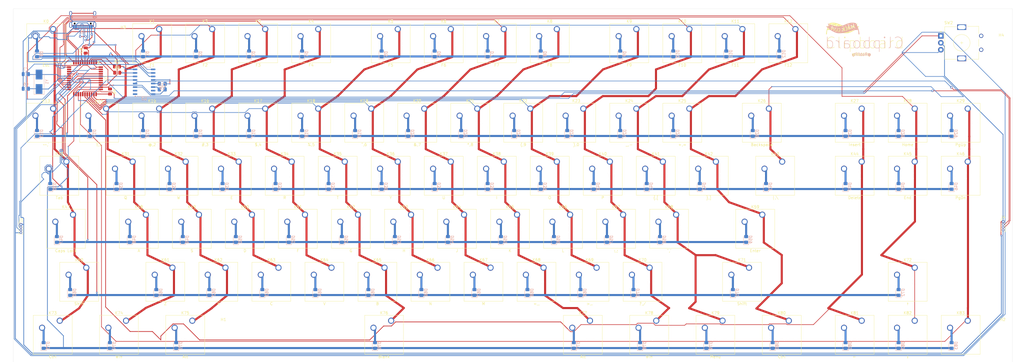
<source format=kicad_pcb>
(kicad_pcb (version 20241229) (generator "pcbnew") (generator_version "9.0")
  (layers (0 "F.Cu" signal) (2 "B.Cu" signal) (13 "F.Paste" user) (15 "B.Paste" user) (5 "F.SilkS" user "F.Silkscreen") (7 "B.SilkS" user "B.Silkscreen") (1 "F.Mask" user) (3 "B.Mask" user) (25 "Edge.Cuts" user))
  (net 0 "")
  (net 1 "GND")
  (net 2 "VCC")
  (net 3 "Net-(U2-VDD3)")
  (net 4 "Net-(U2-VDD18)")
  (net 5 "Net-(U1-XTAL1)")
  (net 6 "Net-(U1-XTAL2)")
  (net 7 "Net-(D0-A)")
  (net 8 "Net-(D1-A)")
  (net 9 "Net-(D2-A)")
  (net 10 "Net-(D3-A)")
  (net 11 "Net-(D4-A)")
  (net 13 "Net-(D5-A)")
  (net 14 "/Row_0")
  (net 15 "/Row_1")
  (net 16 "/Row_2")
  (net 17 "/Row_3")
  (net 18 "/Row_4")
  (net 19 "/Row_5")
  (net 20 "Net-(U1-UCAP)")
  (net 21 "/Col_0")
  (net 22 "/Col_1")
  (net 23 "/Col_2")
  (net 24 "/Col_3")
  (net 25 "/Col_4")
  (net 26 "/Col_5")
  (net 27 "/Col_6")
  (net 28 "/Col_7")
  (net 29 "/Col_8")
  (net 30 "/Col_9")
  (net 31 "/Col_10")
  (net 32 "/Col_11")
  (net 33 "/Col_12")
  (net 34 "/Col_13")
  (net 35 "/Col_14")
  (net 36 "/Col_15")
  (net 37 "/Col_16")
  (net 38 "Net-(D6-A)")
  (net 39 "Net-(D7-A)")
  (net 40 "Net-(D8-A)")
  (net 41 "Net-(D9-A)")
  (net 42 "Net-(D10-A)")
  (net 43 "Net-(D11-A)")
  (net 44 "Net-(D12-A)")
  (net 45 "Net-(D13-A)")
  (net 46 "Net-(D14-A)")
  (net 47 "Net-(D15-A)")
  (net 48 "Net-(D16-A)")
  (net 49 "Net-(D17-A)")
  (net 50 "Net-(D18-A)")
  (net 51 "Net-(D19-A)")
  (net 52 "Net-(D20-A)")
  (net 53 "Net-(D21-A)")
  (net 54 "Net-(D22-A)")
  (net 55 "Net-(D23-A)")
  (net 56 "Net-(D24-A)")
  (net 57 "Net-(D25-A)")
  (net 58 "Net-(D26-A)")
  (net 59 "Net-(D27-A)")
  (net 60 "Net-(D28-A)")
  (net 61 "Net-(D29-A)")
  (net 62 "Net-(D30-A)")
  (net 63 "Net-(D31-A)")
  (net 64 "Net-(D32-A)")
  (net 65 "Net-(D33-A)")
  (net 66 "Net-(D34-A)")
  (net 67 "Net-(D35-A)")
  (net 68 "Net-(D36-A)")
  (net 69 "Net-(D37-A)")
  (net 70 "Net-(D38-A)")
  (net 71 "Net-(D39-A)")
  (net 72 "Net-(D40-A)")
  (net 73 "Net-(D41-A)")
  (net 74 "Net-(D42-A)")
  (net 75 "Net-(D43-A)")
  (net 76 "Net-(D44-A)")
  (net 77 "Net-(D45-A)")
  (net 78 "Net-(D46-A)")
  (net 79 "Net-(D47-A)")
  (net 80 "Net-(D48-A)")
  (net 81 "Net-(D49-A)")
  (net 82 "Net-(D50-A)")
  (net 83 "Net-(D51-A)")
  (net 84 "Net-(D52-A)")
  (net 85 "Net-(D53-A)")
  (net 86 "Net-(D54-A)")
  (net 87 "Net-(D55-A)")
  (net 88 "Net-(D56-A)")
  (net 89 "Net-(D57-A)")
  (net 90 "Net-(D58-A)")
  (net 91 "Net-(D59-A)")
  (net 92 "Net-(D60-A)")
  (net 93 "Net-(D61-A)")
  (net 94 "Net-(D62-A)")
  (net 95 "Net-(D63-A)")
  (net 96 "Net-(D64-A)")
  (net 97 "Net-(D65-A)")
  (net 98 "Net-(D66-A)")
  (net 99 "Net-(D67-A)")
  (net 100 "Net-(D68-A)")
  (net 101 "Net-(D69-A)")
  (net 102 "Net-(D70-A)")
  (net 103 "Net-(D71-A)")
  (net 104 "Net-(D72-A)")
  (net 105 "Net-(D73-A)")
  (net 106 "Net-(D74-A)")
  (net 107 "Net-(D75-A)")
  (net 108 "Net-(D76-A)")
  (net 109 "Net-(D77-A)")
  (net 110 "Net-(D78-A)")
  (net 111 "Net-(D79-A)")
  (net 112 "Net-(D80-A)")
  (net 113 "Net-(D81-A)")
  (net 114 "Net-(D82-A)")
  (net 115 "Net-(D83-A)")
  (net 116 "VBUS")
  (net 119 "/D+")
  (net 120 "/D-")
  (net 121 "/3D-")
  (net 122 "/3D+")
  (net 123 "Net-(U1-D+)")
  (net 124 "/1D+")
  (net 125 "Net-(U1-D-)")
  (net 126 "/1D-")
  (net 127 "/Pin_B")
  (net 128 "/Pin_A")
  (net 129 "/2D+")
  (net 130 "/2D-")
  (net 134 "Net-(U1-~{HWB}{slash}PE2)")
  (footprint "Button_Switch_Keyboard:SW_Cherry_MX_1.00u_PCB" (layer "F.Cu") (at 51.3125 40.325)
    (property "Reference" "K0")
    (property "Value" "Esc")
  )
  (footprint "Resistor_SMD:R_0805_2012Metric" (layer "F.Cu") (at 71.75 62.75 -90)
    (property "Reference" "R4")
    (property "Value" "10k")
  )
  (footprint "Button_Switch_Keyboard:SW_Cherry_MX_1.00u_PCB" (layer "F.Cu") (at 203.7125 68.9)
    (property "Reference" "K21")
    (property "Value" "*,8")
  )
  (footprint "Button_Switch_Keyboard:SW_Cherry_MX_1.00u_PCB" (layer "F.Cu") (at 360.875 145.1)
    (property "Reference" "K82")
    (property "Value" "↓")
  )
  (footprint "Button_Switch_Keyboard:SW_Cherry_MX_1.25u_PCB" (layer "F.Cu") (at 291.81875 145.1)
    (property "Reference" "K79")
    (property "Value" "Menu")
  )
  (footprint "MountingHole:MountingHole_3.2mm_M3_DIN965" (layer "F.Cu") (at 392.5 148.5)
    (property "Reference" "H2")
    (property "Value" "MountingHole")
  )
  (footprint "Button_Switch_Keyboard:SW_Cherry_MX_1.00u_PCB" (layer "F.Cu") (at 108.4625 40.325)
    (property "Reference" "K2")
    (property "Value" "F2")
  )
  (footprint "Button_Switch_Keyboard:SW_Cherry_MX_1.00u_PCB" (layer "F.Cu") (at 379.925 68.9)
    (property "Reference" "K29")
    (property "Value" "PgUp")
  )
  (footprint "Button_Switch_Keyboard:SW_Cherry_MX_1.00u_PCB" (layer "F.Cu") (at 265.625 126.05)
    (property "Reference" "K70")
    (property "Value" "?,/")
  )
  (footprint "Button_Switch_Keyboard:SW_Cherry_MX_1.25u_PCB" (layer "F.Cu") (at 244.19375 145.1)
    (property "Reference" "K77")
    (property "Value" "Alt")
  )
  (footprint "Button_Switch_Keyboard:SW_Cherry_MX_1.00u_PCB" (layer "F.Cu") (at 213.2375 87.95)
    (property "Reference" "K38")
    (property "Value" "I")
  )
  (footprint "Button_Switch_Keyboard:SW_Cherry_MX_1.00u_PCB" (layer "F.Cu") (at 360.875 87.95)
    (property "Reference" "K45")
    (property "Value" "End")
  )
  (footprint "Button_Switch_Keyboard:SW_Cherry_MX_1.00u_PCB" (layer "F.Cu") (at 184.6625 68.9)
    (property "Reference" "K20")
    (property "Value" "&,7")
  )
  (footprint "Button_Switch_Keyboard:SW_Cherry_MX_1.00u_PCB" (layer "F.Cu") (at 208.475 126.05)
    (property "Reference" "K67")
    (property "Value" "M")
  )
  (footprint "Package_QFP:TQFP-44_10x10mm_P0.8mm" (layer "F.Cu") (at 62.75 58 -90)
    (property "Reference" "U1")
    (property "Value" "ATmega32U4-A")
  )
  (footprint "Button_Switch_Keyboard:SW_Cherry_MX_1.00u_PCB" (layer "F.Cu") (at 318.0125 40.325)
    (property "Reference" "K12")
    (property "Value" "F12")
  )
  (footprint "Button_Switch_Keyboard:SW_Cherry_MX_1.00u_PCB" (layer "F.Cu") (at 108.4625 68.9)
    (property "Reference" "K16")
    (property "Value" "#,3")
  )
  (footprint "Button_Switch_Keyboard:SW_Cherry_MX_1.00u_PCB" (layer "F.Cu") (at 151.325 126.05)
    (property "Reference" "K64")
    (property "Value" "V")
  )
  (footprint "Button_Switch_Keyboard:SW_Cherry_MX_1.75u_PCB" (layer "F.Cu") (at 58.45625 107)
    (property "Reference" "K47")
    (property "Value" "Caps Lock")
  )
  (footprint "Button_Switch_Keyboard:SW_Cherry_MX_1.00u_PCB" (layer "F.Cu") (at 175.1375 40.325)
    (property "Reference" "K5")
    (property "Value" "F5")
  )
  (footprint "Button_Switch_Keyboard:SW_Cherry_MX_1.00u_PCB" (layer "F.Cu") (at 379.925 145.1)
    (property "Reference" "K83")
    (property "Value" "→" (hide yes))
  )
  (footprint "Button_Switch_Keyboard:SW_Cherry_MX_1.00u_PCB" (layer "F.Cu") (at 194.1875 87.95)
    (property "Reference" "K37")
    (property "Value" "U")
  )
  (footprint "Button_Switch_Keyboard:SW_Cherry_MX_1.00u_PCB" (layer "F.Cu") (at 218 107)
    (property "Reference" "K55")
    (property "Value" "K")
  )
  (footprint "Button_Switch_Keyboard:SW_Cherry_MX_2.25u_PCB" (layer "F.Cu") (at 63.21875 126.05)
    (property "Reference" "K60")
    (property "Value" "Shift")
  )
  (footprint "Button_Switch_Keyboard:SW_Cherry_MX_1.00u_PCB" (layer "F.Cu") (at 246.575 126.05)
    (property "Reference" "K69")
    (property "Value" ">,.")
  )
  (footprint "Button_Switch_Keyboard:SW_Cherry_MX_1.00u_PCB" (layer "F.Cu") (at 165.6125 68.9)
    (property "Reference" "K19")
    (property "Value" "^,6")
  )
  (footprint "Button_Switch_Keyboard:SW_Cherry_MX_1.00u_PCB" (layer "F.Cu") (at 179.9 107)
    (property "Reference" "K53")
    (property "Value" "H")
  )
  (footprint "Button_Switch_Keyboard:SW_Cherry_MX_1.00u_PCB" (layer "F.Cu") (at 360.875 68.9)
    (property "Reference" "K28")
    (property "Value" "Home")
  )
  (footprint "Button_Switch_Keyboard:SW_Cherry_MX_1.00u_PCB" (layer "F.Cu") (at 341.825 68.9)
    (property "Reference" "K27")
    (property "Value" "Insert")
  )
  (footprint "Button_Switch_Keyboard:SW_Cherry_MX_1.00u_PCB" (layer "F.Cu") (at 198.95 107)
    (property "Reference" "K54")
    (property "Value" "J")
  )
  (footprint "Button_Switch_Keyboard:SW_Cherry_MX_1.50u_PCB" (layer "F.Cu") (at 313.25 87.95)
    (property "Reference" "K43")
    (property "Value" "|,\\")
  )
  (footprint "Button_Switch_Keyboard:SW_Cherry_MX_1.00u_PCB" (layer "F.Cu") (at 146.5625 68.9)
    (property "Reference" "K18")
    (property "Value" "%,5")
  )
  (footprint "Button_Switch_Keyboard:SW_Cherry_MX_1.00u_PCB" (layer "F.Cu") (at 279.9125 68.9)
    (property "Reference" "K25")
    (property "Value" "+,=")
  )
  (footprint "Button_Switch_Keyboard:SW_Cherry_MX_1.00u_PCB" (layer "F.Cu") (at 251.3375 87.95)
    (property "Reference" "K40")
    (property "Value" "P")
  )
  (footprint "Button_Switch_Keyboard:SW_Cherry_MX_1.00u_PCB" (layer "F.Cu") (at 289.4375 87.95)
    (property "Reference" "K42")
    (property "Value" "},]")
  )
  (footprint "Button_Switch_Keyboard:SW_Cherry_MX_1.00u_PCB" (layer "F.Cu") (at 89.4125 68.9)
    (property "Reference" "K15")
    (property "Value" "@,2")
  )
  (footprint "Button_Switch_Keyboard:SW_Cherry_MX_1.00u_PCB" (layer "F.Cu") (at 194.1875 40.325)
    (property "Reference" "K6")
    (property "Value" "F6")
  )
  (footprint "Button_Switch_Keyboard:SW_Cherry_MX_1.00u_PCB" (layer "F.Cu") (at 260.8625 40.325)
    (property "Reference" "K9")
    (property "Value" "F9")
  )
  (footprint "Button_Switch_Keyboard:SW_Cherry_MX_1.00u_PCB" (layer "F.Cu") (at 70.3625 68.9)
    (property "Reference" "K14")
    (property "Value" "!,1")
  )
  (footprint "Button_Switch_Keyboard:SW_Cherry_MX_1.00u_PCB" (layer "F.Cu") (at 117.9875 87.95)
    (property "Reference" "K33")
    (property "Value" "E")
  )
  (footprint "Button_Switch_Keyboard:SW_Cherry_MX_1.25u_PCB" (layer "F.Cu") (at 315.63125 145.1)
    (property "Reference" "K80")
    (property "Value" "Ctrl")
  )
  (footprint "Rotary_Encoder:RotaryEncoder_Alps_EC11E_Vertical_H20mm" (layer "F.Cu") (at 370.26 42.75)
    (property "Reference" "SW2")
    (property "Value" "RotaryEncoder")
  )
  (footprint "Button_Switch_Keyboard:SW_Cherry_MX_1.00u_PCB" (layer "F.Cu") (at 260.8625 68.9)
    (property "Reference" "K24")
    (property "Value" "_,-")
  )
  (footprint "Button_Switch_Keyboard:SW_Cherry_MX_1.00u_PCB" (layer "F.Cu") (at 79.8875 87.95)
    (property "Reference" "K31")
    (property "Value" "Q")
  )
  (footprint "Button_Switch_Keyboard:SW_Cherry_MX_2.00u_PCB" (layer "F.Cu") (at 308.4875 68.9)
    (property "Reference" "K26")
    (property "Value" "Backspace")
  )
  (footprint "Button_Switch_Keyboard:SW_Cherry_MX_1.00u_PCB" (layer "F.Cu") (at 360.875 126.05)
    (property "Reference" "K72")
    (property "Value" "↑")
  )
  (footprint "Button_Switch_Keyboard:SW_Cherry_MX_1.00u_PCB" (layer "F.Cu") (at 341.825 145.1)
    (property "Reference" "K81")
    (property "Value" "←")
  )
  (footprint "Button_Switch_Keyboard:SW_Cherry_MX_1.25u_PCB" (layer "F.Cu") (at 101.31875 145.1)
    (property "Reference" "K75")
    (property "Value" "Alt")
  )
  (footprint "Button_Switch_Keyboard:SW_Cherry_MX_1.00u_PCB" (layer "F.Cu") (at 232.2875 87.95)
    (property "Reference" "K39")
    (property "Value" "O")
  )
  (footprint "Button_Switch_Keyboard:SW_Cherry_MX_1.00u_PCB" (layer "F.Cu") (at 103.7 107)
    (property "Reference" "K49")
    (property "Value" "S")
  )
  (footprint "Button_Switch_Keyboard:SW_Cherry_MX_1.00u_PCB" (layer "F.Cu") (at 227.525 126.05)
    (property "Reference" "K68")
    (property "Value" "<,,")
  )
  (footprint "Button_Switch_Keyboard:SW_Cherry_MX_1.00u_PCB" (layer "F.Cu") (at 137.0375 87.95)
    (property "Reference" "K34")
    (property "Value" "R")
  )
  (footprint "Button_Switch_Keyboard:SW_Cherry_MX_1.00u_PCB" (layer "F.Cu") (at 175.1375 87.95)
    (property "Reference" "K36")
    (property "Value" "Y")
  )
  (footprint "Button_Switch_Keyboard:SW_Cherry_MX_1.00u_PCB" (layer "F.Cu") (at 275.15 107)
    (property "Reference" "K58")
    (property "Value" "\",'")
  )
  (footprint "Button_Switch_Keyboard:SW_Cherry_MX_1.25u_PCB" (layer "F.Cu") (at 268.00625 145.1)
    (property "Reference" "K78")
    (property "Value" "Win")
  )
  (footprint "MountingHole:MountingHole_3.2mm_M3_DIN965" (layer "F.Cu") (at 112.5 148.5)
    (property "Reference" "H1")
    (property "Value" "MountingHole")
  )
  (footprint "Connector_PinHeader_1.00mm:PinHeader_1x04_P1.00mm_Vertical" (layer "F.Cu") (at 39.75 110.5)
    (property "Reference" "J1")
    (property "Value" "Conn_01x04_Socket")
  )
  (footprint "Button_Switch_Keyboard:SW_Cherry_MX_1.00u_PCB" (layer "F.Cu") (at 298.9625 40.325)
    (property "Reference" "K11")
    (property "Value" "F11")
  )
  (footprint "Button_Switch_Keyboard:SW_Cherry_MX_1.00u_PCB" (layer "F.Cu") (at 213.2375 40.325)
    (property "Reference" "K7")
    (property "Value" "F7")
  )
  (footprint "Button_Switch_Keyboard:SW_Cherry_MX_1.00u_PCB" (layer "F.Cu") (at 51.3125 68.9)
    (property "Reference" "K13")
    (property "Value" "~~,`")
  )
  (footprint "Button_Switch_Keyboard:SW_Cherry_MX_1.00u_PCB" (layer "F.Cu") (at 146.5625 40.325)
    (property "Reference" "K4")
    (property "Value" "F4")
  )
  (footprint "Button_Switch_Keyboard:SW_Cherry_MX_1.00u_PCB" (layer "F.Cu") (at 279.9125 40.325)
    (property "Reference" "K10")
    (property "Value" "F10")
  )
  (footprint "Button_Switch_Keyboard:SW_Cherry_MX_1.00u_PCB" (layer "F.Cu") (at 170.375 126.05)
    (property "Reference" "K65")
    (property "Value" "B")
  )
  (footprint "Button_Switch_Keyboard:SW_Cherry_MX_1.00u_PCB" (layer "F.Cu") (at 141.8 107)
    (property "Reference" "K51")
    (property "Value" "F")
  )
  (footprint "Connector_PinHeader_1.00mm:PinHeader_1x04_P1.00mm_Vertical" (layer "F.Cu") (at 392.625 109.5)
    (property "Reference" "J4")
    (property "Value" "Conn_01x04_Socket")
  )
  (footprint "Button_Switch_Keyboard:SW_Cherry_MX_1.00u_PCB" (layer "F.Cu") (at 379.925 87.95)
    (property "Reference" "K46")
    (property "Value" "PgDn")
  )
  (footprint "Button_Switch_Keyboard:SW_Cherry_MX_1.00u_PCB" (layer "F.Cu") (at 156.0875 87.95)
    (property "Reference" "K35")
    (property "Value" "T")
  )
  (footprint "LOGO" (layer "F.Cu") (at 335 40.1)
    (property "Reference" "G***" (hide yes))
    (property "Value" "LOGO" (hide yes))
  )
  (footprint "Resistor_SMD:R_0805_2012Metric" (layer "F.Cu") (at 74.25 53.75)
    (property "Reference" "R2")
    (property "Value" "22R")
  )
  (footprint "Button_Switch_Keyboard:SW_Cherry_MX_1.25u_PCB" (layer "F.Cu") (at 77.50625 145.1)
    (property "Reference" "K74")
    (property "Value" "Win")
  )
  (footprint "Button_Switch_Keyboard:SW_Cherry_MX_1.00u_PCB" (layer "F.Cu") (at 132.275 126.05)
    (property "Reference" "K63")
    (property "Value" "C")
  )
  (footprint "Button_Switch_Keyboard:SW_Cherry_MX_2.25u_PCB" (layer "F.Cu") (at 306.10625 107)
    (property "Reference" "K59")
    (property "Value" "Enter")
  )
  (footprint "Capacitor_SMD:C_0805_2012Metric" (layer "F.Cu") (at 63 48 90)
    (property "Reference" "C8")
    (property "Value" "1u")
  )
  (footprint "Button_Switch_Keyboard:SW_Cherry_MX_1.00u_PCB" (layer "F.Cu") (at 237.05 107)
    (property "Reference" "K56")
    (property "Value" "L")
  )
  (footprint "Button_Switch_Keyboard:SW_Cherry_MX_6.25u_PCB" (layer "F.Cu") (at 172.75625 145.1)
    (property "Reference" "K76")
    (property "Value" "Blank")
  )
  (footprint "Button_Switch_Keyboard:SW_Cherry_MX_1.00u_PCB" (layer "F.Cu") (at 94.175 126.05)
    (property "Reference" "K61")
    (property "Value" "Z")
  )
  (footprint "MountingHole:MountingHole_3.2mm_M3_DIN965" (layer "F.Cu") (at 392 37)
    (property "Reference" "H4")
    (property "Value" "MountingHole")
  )
  (footprint "MountingHole:MountingHole_3.2mm_M3_DIN965" (layer "F.Cu") (at 76.5 43.5)
    (property "Reference" "H3")
    (property "Value" "MountingHole")
  )
  (footprint "Button_Switch_Keyboard:SW_Cherry_MX_1.00u_PCB" (layer "F.Cu") (at 341.825 87.95)
    (property "Reference" "K44")
    (property "Value" "Delete")
  )
  (footprint "Button_Switch_Keyboard:SW_Cherry_MX_1.00u_PCB" (layer "F.Cu") (at 270.3875 87.95)
    (property "Reference" "K41")
    (property "Value" "{,[")
  )
  (footprint "Button_Switch_Keyboard:SW_Cherry_MX_1.25u_PCB" (layer "F.Cu") (at 53.69375 145.1)
    (property "Reference" "K73")
    (property "Value" "Ctrl")
  )
  (footprint "Button_Switch_Keyboard:SW_Cherry_MX_1.00u_PCB" (layer "F.Cu") (at 232.2875 40.325)
    (property "Reference" "K8")
    (property "Value" "F8")
  )
  (footprint "Button_Switch_Keyboard:SW_Cherry_MX_1.00u_PCB" (layer "F.Cu") (at 122.75 107)
    (property "Reference" "K50")
    (property "Value" "D")
  )
  (footprint "Button_Switch_Keyboard:SW_Cherry_MX_1.00u_PCB" (layer "F.Cu") (at 222.7625 68.9)
    (property "Reference" "K22")
    (property "Value" "(,9")
  )
  (footprint "Button_Switch_Keyboard:SW_Cherry_MX_1.00u_PCB" (layer "F.Cu") (at 84.65 107)
    (property "Reference" "K48")
    (property "Value" "A")
  )
  (footprint "Button_Switch_Keyboard:SW_Cherry_MX_1.00u_PCB" (layer "F.Cu") (at 89.4125 40.325)
    (property "Reference" "K1")
    (property "Value" "F1")
  )
  (footprint "Button_Switch_Keyboard:SW_Cherry_MX_1.00u_PCB" (layer "F.Cu") (at 127.5125 40.325)
    (property "Reference" "K3")
    (property "Value" "F3")
  )
  (footprint "Button_Switch_Keyboard:SW_Cherry_MX_1.50u_PCB" (layer "F.Cu") (at 56.075 87.95)
    (property "Reference" "K30")
    (property "Value" "Tab")
  )
  (footprint "Button_Switch_Keyboard:SW_Cherry_MX_1.00u_PCB" (layer "F.Cu") (at 127.5125 68.9)
    (property "Reference" "K17")
    (property "Value" "$,4")
  )
  (footprint "Button_Switch_Keyboard:SW_Cherry_MX_1.00u_PCB" (layer "F.Cu") (at 241.8125 68.9)
    (property "Reference" "K23")
    (property "Value" "),0")
  )
  (footprint "Button_Switch_Keyboard:SW_Cherry_MX_2.75u_PCB" (layer "F.Cu") (at 301.34375 126.05)
    (property "Reference" "K71")
    (property "Value" "Shift")
  )
  (footprint "Button_Switch_Keyboard:SW_Cherry_MX_1.00u_PCB" (layer "F.Cu") (at 113.225 126.05)
    (property "Reference" "K62")
    (property "Value" "X")
  )
  (footprint "Button_Switch_Keyboard:SW_Cherry_MX_1.00u_PCB" (layer "F.Cu") (at 160.85 107)
    (property "Reference" "K52")
    (property "Value" "G")
  )
  (footprint "Button_Switch_Keyboard:SW_Cherry_MX_1.00u_PCB" (layer "F.Cu") (at 98.9375 87.95)
    (property "Reference" "K32")
    (property "Value" "W")
  )
  (footprint "Button_Switch_Keyboard:SW_Cherry_MX_1.00u_PCB" (layer "F.Cu") (at 189.425 126.05)
    (property "Reference" "K66")
    (property "Value" "N")
  )
  (footprint "Button_Switch_Keyboard:SW_Cherry_MX_1.00u_PCB" (layer "F.Cu") (at 256.1 107)
    (property "Reference" "K57")
    (property "Value" ":,;")
  )
  (footprint "Resistor_SMD:R_0805_2012Metric" (layer "F.Cu") (at 74.3375 56)
    (property "Reference" "R3")
    (property "Value" "22R")
  )
  (footprint "Diode_SMD:D_0805_2012Metric_Pad1.15x1.40mm_HandSolder" (layer "B.Cu") (at 45.5125 49.215 90)
    (property "Reference" "D0")
    (property "Value" "D")
  )
  (footprint "Diode_SMD:D_0805_2012Metric_Pad1.15x1.40mm_HandSolder" (layer "B.Cu") (at 212.2 115.89 90)
    (property "Reference" "D55")
    (property "Value" "D")
  )
  (footprint "Diode_SMD:D_0805_2012Metric_Pad1.15x1.40mm_HandSolder" (layer "B.Cu") (at 169.3375 96.84 90)
    (property "Reference" "D36")
    (property "Value" "D")
  )
  (footprint "Capacitor_SMD:C_0805_2012Metric" (layer "B.Cu") (at 41.5 56.5 180)
    (property "Reference" "C7")
    (property "Value" "22p")
  )
  (footprint "Diode_SMD:D_0805_2012Metric_Pad1.15x1.40mm_HandSolder" (layer "B.Cu") (at 193.15 115.89 90)
    (property "Reference" "D54")
    (property "Value" "D")
  )
  (footprint "Diode_SMD:D_0805_2012Metric_Pad1.15x1.40mm_HandSolder" (layer "B.Cu") (at 183.625 134.94 90)
    (property "Reference" "D66")
    (property "Value" "D")
  )
  (footprint "Diode_SMD:D_0805_2012Metric_Pad1.15x1.40mm_HandSolder" (layer "B.Cu") (at 226.4875 96.84 90)
    (property "Reference" "D39")
    (property "Value" "D")
  )
  (footprint "Crystal:Crystal_SMD_5032-2Pin_5.0x3.2mm_HandSoldering" (layer "B.Cu") (at 46.25 59.25 90)
    (property "Reference" "Y1")
    (property "Value" "Crystal")
  )
  (footprint "Diode_SMD:D_0805_2012Metric_Pad1.15x1.40mm_HandSolder" (layer "B.Cu") (at 197.9125 77.79 90)
    (property "Reference" "D21")
    (property "Value" "D")
  )
  (footprint "Diode_SMD:D_0805_2012Metric_Pad1.15x1.40mm_HandSolder" (layer "B.Cu") (at 97.9 115.89 90)
    (property "Reference" "D49")
    (property "Value" "D")
  )
  (footprint "Diode_SMD:D_0805_2012Metric_Pad1.15x1.40mm_HandSolder" (layer "B.Cu") (at 188.3875 49.215 90)
    (property "Reference" "D6")
    (property "Value" "D")
  )
  (footprint "Connector_USB:USB_C_Receptacle_HCTL_HC-TYPE-C-16P-01A" (layer "B.Cu") (at 61.93 35.71875)
    (property "Reference" "J3")
    (property "Value" "USB_C_Receptacle_USB2.0_16P")
  )
  (footprint "Diode_SMD:D_0805_2012Metric_Pad1.15x1.40mm_HandSolder" (layer "B.Cu") (at 121.7125 77.79 90)
    (property "Reference" "D17")
    (property "Value" "D")
  )
  (footprint "Diode_SMD:D_0805_2012Metric_Pad1.15x1.40mm_HandSolder" (layer "B.Cu") (at 83.6125 49.215 90)
    (property "Reference" "D1")
    (property "Value" "D")
  )
  (footprint "Diode_SMD:D_0805_2012Metric_Pad1.15x1.40mm_HandSolder" (layer "B.Cu") (at 131.2375 96.84 90)
    (property "Reference" "D34")
    (property "Value" "D")
  )
  (footprint "Diode_SMD:D_0805_2012Metric_Pad1.15x1.40mm_HandSolder" (layer "B.Cu") (at 262.20625 153.99 90)
    (property "Reference" "D78")
    (property "Value" "D")
  )
  (footprint "Package_SO:SOIC-16_4.55x10.3mm_P1.27mm" (layer "B.Cu") (at 84 59.25)
    (property "Reference" "U2")
    (property "Value" "SL2.1A")
  )
  (footprint "Diode_SMD:D_0805_2012Metric_Pad1.15x1.40mm_HandSolder" (layer "B.Cu") (at 336.025 96.84 90)
    (property "Reference" "D44")
    (property "Value" "D")
  )
  (footprint "Diode_SMD:D_0805_2012Metric_Pad1.15x1.40mm_HandSolder" (layer "B.Cu") (at 355.075 153.99 90)
    (property "Reference" "D82")
    (property "Value" "D")
  )
  (footprint "Diode_SMD:D_0805_2012Metric_Pad1.15x1.40mm_HandSolder" (layer "B.Cu") (at 238.39375 153.99 90)
    (property "Reference" "D77")
    (property "Value" "D")
  )
  (footprint "Diode_SMD:D_0805_2012Metric_Pad1.15x1.40mm_HandSolder" (layer "B.Cu") (at 45.5125 77.79 90)
    (property "Reference" "D13")
    (property "Value" "D")
  )
  (footprint "Diode_SMD:D_0805_2012Metric_Pad1.15x1.40mm_HandSolder" (layer "B.Cu") (at 174.1 115.89 90)
    (property "Reference" "D53")
    (property "Value" "D")
  )
  (footprint "Diode_SMD:D_0805_2012Metric_Pad1.15x1.40mm_HandSolder" (layer "B.Cu") (at 274.1125 77.79 90)
    (property "Reference" "D25")
    (property "Value" "D")
  )
  (footprint "Diode_SMD:D_0805_2012Metric_Pad1.15x1.40mm_HandSolder" (layer "B.Cu") (at 52.65625 115.89 90)
    (property "Reference" "D47")
    (property "Value" "D")
  )
  (footprint "Diode_SMD:D_0805_2012Metric_Pad1.15x1.40mm_HandSolder" (layer "B.Cu") (at 126.475 134.94 90)
    (property "Reference" "D63")
    (property "Value" "D")
  )
  (footprint "Diode_SMD:D_0805_2012Metric_Pad1.15x1.40mm_HandSolder" (layer "B.Cu") (at 88.375 134.94 90)
    (property "Reference" "D61")
    (property "Value" "D")
  )
  (footprint "Diode_SMD:D_0805_2012Metric_Pad1.15x1.40mm_HandSolder" (layer "B.Cu") (at 255.0625 49.215 90)
    (property "Reference" "D9")
    (property "Value" "D")
  )
  (footprint "Diode_SMD:D_0805_2012Metric_Pad1.15x1.40mm_HandSolder" (layer "B.Cu") (at 236.0125 77.79 90)
    (property "Reference" "D23")
    (property "Value" "D")
  )
  (footprint "Capacitor_SMD:C_0805_2012Metric_Pad1.18x1.45mm_HandSolder" (layer "B.Cu") (at 90.5 62 180)
    (property "Reference" "C10")
    (property "Value" "10uF")
  )
  (footprint "Diode_SMD:D_0805_2012Metric_Pad1.15x1.40mm_HandSolder" (layer "B.Cu") (at 295.54375 134.94 90)
    (property "Reference" "D71")
    (property "Value" "D")
  )
  (footprint "Diode_SMD:D_0805_2012Metric_Pad1.15x1.40mm_HandSolder" (layer "B.Cu") (at 355.075 134.94 90)
    (property "Reference" "D72")
    (property "Value" "D")
  )
  (footprint "Diode_SMD:D_0805_2012Metric_Pad1.15x1.40mm_HandSolder" (layer "B.Cu") (at 107.425 134.94 90)
    (property "Reference" "D62")
    (property "Value" "D")
  )
  (footprint "Diode_SMD:D_0805_2012Metric_Pad1.15x1.40mm_HandSolder" (layer "B.Cu") (at 216.9625 77.79 90)
    (property "Reference" "D22")
    (property "Value" "D")
  )
  (footprint "Diode_SMD:D_0805_2012Metric_Pad1.15x1.40mm_HandSolder" (layer "B.Cu") (at 207.4375 96.84 90)
    (property "Reference" "D38")
    (property "Value" "D")
  )
  (footprint "Diode_SMD:D_0805_2012Metric_Pad1.15x1.40mm_HandSolder" (layer "B.Cu") (at 374.125 77.79 90)
    (property "Reference" "D29")
    (property "Value" "D")
  )
  (footprint "Diode_SMD:D_0805_2012Metric_Pad1.15x1.40mm_HandSolder" (layer "B.Cu") (at 283.6375 96.84 90)
    (property "Reference" "D42")
    (property "Value" "D")
  )
  (footprint "Diode_SMD:D_0805_2012Metric_Pad1.15x1.40mm_HandSolder" (layer "B.Cu") (at 102.6625 49.215 90)
    (property "Reference" "D2")
    (property "Value" "D")
  )
  (footprint "Diode_SMD:D_0805_2012Metric_Pad1.15x1.40mm_HandSolder" (layer "B.Cu") (at 116.95 115.89 90)
    (property "Reference" "D50")
    (property "Value" "D")
  )
  (footprint "Diode_SMD:D_0805_2012Metric_Pad1.15x1.40mm_HandSolder" (layer "B.Cu") (at 57.41875 134.94 90)
    (property "Reference" "D60")
    (property "Value" "D")
  )
  (footprint "Diode_SMD:D_0805_2012Metric_Pad1.15x1.40mm_HandSolder" (layer "B.Cu") (at 312.2125 49.215 90)
    (property "Reference" "D12")
    (property "Value" "D")
  )
  (footprint "Diode_SMD:D_0805_2012Metric_Pad1.15x1.40mm_HandSolder" (layer "B.Cu") (at 50.275 96.84 90)
    (property "Reference" "D30")
    (property "Value" "D")
  )
  (footprint "Diode_SMD:D_0805_2012Metric_Pad1.15x1.40mm_HandSolder" (layer "B.Cu") (at 155.05 115.89 90)
    (property "Reference" "D52")
    (property "Value" "D")
  )
  (footprint "Capacitor_SMD:C_0805_2012Metric" (layer "B.Cu") (at 41.5 61.75 180)
    (property "Reference" "C6")
    (property "Value" "22p")
  )
  (footprint "Diode_SMD:D_0805_2012Metric_Pad1.15x1.40mm_HandSolder" (layer "B.Cu") (at 164.575 134.94 90)
    (property "Reference" "D65")
    (property "Value" "D")
  )
  (footprint "Diode_SMD:D_0805_2012Metric_Pad1.15x1.40mm_HandSolder" (layer "B.Cu") (at 245.5375 96.84 90)
    (property "Reference" "D40")
    (property "Value" "D")
  )
  (footprint "Diode_SMD:D_0805_2012Metric_Pad1.15x1.40mm_HandSolder" (layer "B.Cu") (at 121.7125 49.215 90)
    (property "Reference" "D3")
    (property "Value" "D")
  )
  (footprint "Diode_SMD:D_0805_2012Metric_Pad1.15x1.40mm_HandSolder" (layer "B.Cu") (at 112.1875 96.84 90)
    (property "Reference" "D33")
    (property "Value" "D")
  )
  (footprint "Diode_SMD:D_0805_2012Metric_Pad1.15x1.40mm_HandSolder" (layer "B.Cu") (at 188.3875 96.84 90)
    (property "Reference" "D37")
    (property "Value" "D")
  )
  (footprint "Diode_SMD:D_0805_2012Metric_Pad1.15x1.40mm_HandSolder" (layer "B.Cu") (at 78.85 115.89 90)
    (property "Reference" "D48")
    (property "Value" "D")
  )
  (footprint "Diode_SMD:D_0805_2012Metric_Pad1.15x1.40mm_HandSolder" (layer "B.Cu") (at 355.075 77.79 90)
    (property "Reference" "D28")
    (property "Value" "D")
  )
  (footprint "Diode_SMD:D_0805_2012Metric_Pad1.15x1.40mm_HandSolder" (layer "B.Cu") (at 150.2875 96.84 90)
    (property "Reference" "D35")
    (property "Value" "D")
  )
  (footprint "Diode_SMD:D_0805_2012Metric_Pad1.15x1.40mm_HandSolder" (layer "B.Cu") (at 231.25 115.89 90)
    (property "Reference" "D56")
    (property "Value" "D")
  )
  (footprint "Diode_SMD:D_0805_2012Metric_Pad1.15x1.40mm_HandSolder" (layer "B.Cu") (at 136 115.89 90)
    (property "Reference" "D51")
    (property "Value" "D")
  )
  (footprint "Diode_SMD:D_0805_2012Metric_Pad1.15x1.40mm_HandSolder" (layer "B.Cu") (at 93.1375 96.84 90)
    (property "Reference" "D32")
    (property "Value" "D")
  )
  (footprint "Diode_SMD:D_0805_2012Metric_Pad1.15x1.40mm_HandSolder" (layer "B.Cu") (at 95.51875 153.99 90)
    (property "Reference" "D75")
    (property "Value" "D")
  )
  (footprint "Diode_SMD:D_0805_2012Metric_Pad1.15x1.40mm_HandSolder" (layer "B.Cu") (at 259.825 134.94 90)
    (property "Reference" "D70")
    (property "Value" "D")
  )
  (footprint "Diode_SMD:D_0805_2012Metric_Pad1.15x1.40mm_HandSolder" (layer "B.Cu") (at 169.3375 49.215 90)
    (property "Reference" "D5")
    (property "Value" "D")
  )
  (footprint "Diode_SMD:D_0805_2012Metric_Pad1.15x1.40mm_HandSolder" (layer "B.Cu") (at 166.95625 153.99 90)
    (property "Reference" "D76")
    (property "Value" "D")
  )
  (footprint "Diode_SMD:D_0805_2012Metric_Pad1.15x1.40mm_HandSolder" (layer "B.Cu") (at 250.3 115.89 90)
    (property "Reference" "D57")
    (property "Value" "D")
  )
  (footprint "Diode_SMD:D_0805_2012Metric_Pad1.15x1.40mm_HandSolder" (layer "B.Cu") (at 274.1125 49.215 90)
    (property "Reference" "D10")
    (property "Value" "D")
  )
  (footprint "Diode_SMD:D_0805_2012Metric_Pad1.15x1.40mm_HandSolder" (layer "B.Cu") (at 202.675 134.94 90)
    (property "Reference" "D67")
    (property "Value" "D")
  )
  (footprint "Diode_SMD:D_0805_2012Metric_Pad1.15x1.40mm_HandSolder" (layer "B.Cu") (at 83.6125 77.79 90)
    (property "Reference" "D15")
    (property "Value" "D")
  )
  (footprint "Diode_SMD:D_0805_2012Metric_Pad1.15x1.40mm_HandSolder" (layer "B.Cu") (at 374.125 153.99 90)
    (property "Reference" "D83")
    (property "Value" "D")
  )
  (footprint "Diode_SMD:D_0805_2012Metric_Pad1.15x1.40mm_HandSolder" (layer "B.Cu") (at 309.83125 153.99 90)
    (property "Reference" "D80")
    (property "Value" "D")
  )
  (footprint "Diode_SMD:D_0805_2012Metric_Pad1.15x1.40mm_HandSolder" (layer "B.Cu") (at 336.025 77.79 90)
    (property "Reference" "D27")
    (property "Value" "D")
  )
  (footprint "Diode_SMD:D_0805_2012Metric_Pad1.15x1.40mm_HandSolder" (layer "B.Cu") (at 140.7625 77.79 90)
    (property "Reference" "D18")
    (property "Value" "D")
  )
  (footprint "Diode_SMD:D_0805_2012Metric_Pad1.15x1.40mm_HandSolder" (layer "B.Cu") (at 226.4875 49.215 90)
    (property "Reference" "D8")
    (property "Value" "D")
  )
  (footprint "Diode_SMD:D_0805_2012Metric_Pad1.15x1.40mm_HandSolder" (layer "B.Cu") (at 74.0875 96.84 90)
    (property "Reference" "D31")
    (property "Value" "D")
  )
  (footprint "Diode_SMD:D_0805_2012Metric_Pad1.15x1.40mm_HandSolder" (layer "B.Cu") (at 300.30625 115.89 90)
    (property "Reference" "D59")
    (property "Value" "D")
  )
  (footprint "Diode_SMD:D_0805_2012Metric_Pad1.15x1.40mm_HandSolder" (layer "B.Cu") (at 140.7625 49.215 90)
    (property "Reference" "D4")
    (property "Value" "D")
  )
  (footprint "Diode_SMD:D_0805_2012Metric_Pad1.15x1.40mm_HandSolder" (layer "B.Cu") (at 355.075 96.84 90)
    (property "Reference" "D45")
    (property "Value" "D")
  )
  (footprint "Diode_SMD:D_0805_2012Metric_Pad1.15x1.40mm_HandSolder" (layer "B.Cu") (at 64.5625 77.79 90)
    (property "Reference" "D14")
    (property "Value" "D")
  )
  (footprint "Diode_SMD:D_0805_2012Metric_Pad1.15x1.40mm_HandSolder" (layer "B.Cu") (at 255.0625 77.79 90)
    (property "Reference" "D24")
    (property "Value" "D")
  )
  (footprint "Diode_SMD:D_0805_2012Metric_Pad1.15x1.40mm_HandSolder" (layer "B.Cu") (at 336.025 153.99 90)
    (property "Reference" "D81")
    (property "Value" "D")
  )
  (footprint "Diode_SMD:D_0805_2012Metric_Pad1.15x1.40mm_HandSolder" (layer "B.Cu") (at 307.45 96.84 90)
    (property "Reference" "D43")
    (property "Value" "D")
  )
  (footprint "Diode_SMD:D_0805_2012Metric_Pad1.15x1.40mm_HandSolder" (layer "B.Cu") (at 293.1625 49.215 90)
    (property "Reference" "D11")
    (property "Value" "D")
  )
  (footprint "Diode_SMD:D_0805_2012Metric_Pad1.15x1.40mm_HandSolder" (layer "B.Cu") (at 102.6625 77.79 90)
    (property "Reference" "D16")
    (property "Value" "D")
  )
  (footprint "Diode_SMD:D_0805_2012Metric_Pad1.15x1.40mm_HandSolder" (layer "B.Cu") (at 145.525 134.94 90)
    (property "Reference" "D64")
    (property "Value" "D")
  )
  (footprint "Diode_SMD:D_0805_2012Metric_Pad1.15x1.40mm_HandSolder" (layer "B.Cu") (at 286.01875 153.99 90)
    (property "Reference" "D79")
    (property "Value" "D")
  )
  (footprint "Diode_SMD:D_0805_2012Metric_Pad1.15x1.40mm_HandSolder" (layer "B.Cu") (at 71.70625 153.99 90)
    (property "Reference" "D74")
    (property "Value" "D")
  )
  (footprint "Diode_SMD:D_0805_2012Metric_Pad1.15x1.40mm_HandSolder" (layer "B.Cu") (at 269.35 115.89 90)
    (property "Reference" "D58")
    (property "Value" "D")
  )
  (footprint "Diode_SMD:D_0805_2012Metric_Pad1.15x1.40mm_HandSolder" (layer "B.Cu") (at 207.4375 49.215 90)
    (property "Reference" "D7")
    (property "Value" "D")
  )
  (footprint "Capacitor_SMD:C_0805_2012Metric_Pad1.18x1.45mm_HandSolder" (layer "B.Cu") (at 90.5 60)
    (property "Reference" "C9")
    (property "Value" "10uF")
  )
  (footprint "Diode_SMD:D_0805_2012Metric_Pad1.15x1.40mm_HandSolder" (layer "B.Cu") (at 178.8625 77.79 90)
    (property "Reference" "D20")
    (property "Value" "D")
  )
  (footprint "Diode_SMD:D_0805_2012Metric_Pad1.15x1.40mm_HandSolder" (layer "B.Cu") (at 159.8125 77.79 90)
    (property "Reference" "D19")
    (property "Value" "D")
  )
  (footprint "Diode_SMD:D_0805_2012Metric_Pad1.15x1.40mm_HandSolder" (layer "B.Cu") (at 374.125 96.84 90)
    (property "Reference" "D46")
    (property "Value" "D")
  )
  (footprint "Diode_SMD:D_0805_2012Metric_Pad1.15x1.40mm_HandSolder" (layer "B.Cu") (at 264.5875 96.84 90)
    (property "Reference" "D41")
    (property "Value" "D")
  )
  (footprint "Diode_SMD:D_0805_2012Metric_Pad1.15x1.40mm_HandSolder" (layer "B.Cu") (at 47.89375 153.99 90)
    (property "Reference" "D73")
    (property "Value" "D")
  )
  (footprint "Diode_SMD:D_0805_2012Metric_Pad1.15x1.40mm_HandSolder" (layer "B.Cu") (at 221.725 134.94 90)
    (property "Reference" "D68")
    (property "Value" "D")
  )
  (footprint "LOGO" (layer "B.Cu") (at 335 40.1 180)
    (property "Reference" "G***" (hide yes))
    (property "Value" "LOGO" (hide yes))
  )
  (footprint "Diode_SMD:D_0805_2012Metric_Pad1.15x1.40mm_HandSolder" (layer "B.Cu") (at 240.775 134.94 90)
    (property "Reference" "D69")
    (property "Value" "D")
  )
  (footprint "Diode_SMD:D_0805_2012Metric_Pad1.15x1.40mm_HandSolder" (layer "B.Cu") (at 302.6875 77.79 90)
    (property "Reference" "D26")
    (property "Value" "D")
  )
  (gr_rect (start 37 33) (end 396 160) (stroke (width 0.05)) (fill no) (layer "Edge.Cuts"))
  (gr_text "Clipboard" (at 328.6125 47.625 -0) (layer "F.SilkS") (effects (font (size 4 4)) (justify left bottom)))
  (gr_text "@Robility" (at 338.1375 50.00625 -0) (layer "F.SilkS") (effects (font (size 1 1)) (justify left bottom)))
  (gr_text "Clipboard" (at 357.1875 47.625 0) (layer "B.SilkS") (effects (font (size 4 4)) (justify left bottom mirror)))
  (gr_text "@Robility" (at 345.28125 50.00625 0) (layer "B.SilkS") (effects (font (size 1 1)) (justify left bottom mirror)))
  (segment (start 56.75 82.5) (end 58.75 80.5) (width 0.2) (layer "F.Cu") (net 1))
  (segment (start 63.55 53.2) (end 63.55 52.3) (width 0.2) (layer "F.Cu") (net 1))
  (segment (start 60.3 61.2) (end 58.75 62.75) (width 0.2) (layer "F.Cu") (net 1))
  (segment (start 57.05 56.4) (end 59.008636 56.4) (width 0.2) (layer "F.Cu") (net 1))
  (segment (start 68.45 61.2) (end 71.1125 61.2) (width 0.25) (layer "F.Cu") (net 1))
  (segment (start 58.75 80.5) (end 58.75 63.7) (width 0.2) (layer "F.Cu") (net 1))
  (segment (start 58.860331 59.460274) (end 60.710272 59.460274) (width 0.2) (layer "F.Cu") (net 1))
  (segment (start 60.710272 59.460274) (end 61.04275 59.127796) (width 0.2) (layer "F.Cu") (net 1))
  (segment (start 63.55 53.25) (end 65.1 54.8) (width 0.2) (layer "F.Cu") (net 1))
  (segment (start 93.25 58.5) (end 93.25 60) (width 0.2) (layer "F.Cu") (net 1))
  (segment (start 59.079318 56.329318) (end 62.057636 53.351) (width 0.2) (layer "F.Cu") (net 1))
  (segment (start 62.057636 53.351) (end 63.399 53.351) (width 0.2) (layer "F.Cu") (net 1))
  (segment (start 64.051 48.101) (end 63 47.05) (width 0.25) (layer "F.Cu") (net 1))
  (segment (start 66.25 39) (end 57.61 39) (width 0.25) (layer "F.Cu") (net 1))
  (segment (start 391.874 114.374) (end 391.874 109.576) (width 0.25) (layer "F.Cu") (net 1))
  (segment (start 64.25 44.25) (end 63.75 44.25) (width 0.25) (layer "F.Cu") (net 1))
  (segment (start 60.5 61.2) (end 60.579298 61.2) (width 0.2) (layer "F.Cu") (net 1))
  (segment (start 63.55 51.3) (end 64.051 50.799) (width 0.25) (layer "F.Cu") (net 1))
  (segment (start 64.22672 47.05) (end 63 47.05) (width 0.25) (layer "F.Cu") (net 1))
  (segment (start 392 114.5) (end 391.874 114.374) (width 0.25) (layer "F.Cu") (net 1))
  (segment (start 59.079318 56.329318) (end 58.149 57.259636) (width 0.2) (layer "F.Cu") (net 1))
  (segment (start 71.8125 60.5) (end 71.1125 61.2) (width 0.2) (layer "F.Cu") (net 1))
  (segment (start 65.25 42.25) (end 65.25 43.25) (width 0.25) (layer "F.Cu") (net 1))
  (segment (start 65.1 54.8) (end 68.45 54.8) (width 0.2) (layer "F.Cu") (net 1))
  (segment (start 66.25 34.64375) (end 57.61 34.64375) (width 0.25) (layer "F.Cu") (net 1))
  (segment (start 391.95 109.5) (end 392.625 109.5) (width 0.25) (layer "F.Cu") (net 1))
  (segment (start 71.1125 61.2) (end 71.75 61.8375) (width 0.25) (layer "F.Cu") (net 1))
  (segment (start 58.149 57.259636) (end 58.149 58.748943) (width 0.2) (layer "F.Cu") (net 1))
  (segment (start 63.75 44.25) (end 63 44.25) (width 0.25) (layer "F.Cu") (net 1))
  (segment (start 60.579298 61.2) (end 61.139649 60.639649) (width 0.2) (layer "F.Cu") (net 1))
  (segment (start 66 45.27672) (end 64.22672 47.05) (width 0.25) (layer "F.Cu") (net 1))
  (segment (start 59.008636 56.4) (end 59.079318 56.329318) (width 0.2) (layer "F.Cu") (net 1))
  (segment (start 63.55 52.3) (end 63.55 53.25) (width 0.2) (layer "F.Cu") (net 1))
  (segment (start 68.45 61.2) (end 60.5 61.2) (width 0.2) (layer "F.Cu") (net 1))
  (segment (start 66 45) (end 66 45.27672) (width 0.25) (layer "F.Cu") (net 1))
  (segment (start 391.874 109.576) (end 391.95 109.5) (width 0.25) (layer "F.Cu") (net 1))
  (segment (start 73 60.5) (end 71.8125 60.5) (width 0.2) (layer "F.Cu") (net 1))
  (segment (start 65.25 43.25) (end 64.25 44.25) (width 0.25) (layer "F.Cu") (net 1))
  (segment (start 64.051 50.799) (end 64.051 48.101) (width 0.25) (layer "F.Cu") (net 1))
  (segment (start 61.04275 59.127796) (end 62.199749 59.127796) (width 0.2) (layer "F.Cu") (net 1))
  (segment (start 60.5 61.2) (end 60.3 61.2) (width 0.2) (layer "F.Cu") (net 1))
  (segment (start 58.75 62.75) (end 58.75 63.7) (width 0.2) (layer "F.Cu") (net 1))
  (segment (start 63.399 53.351) (end 63.55 53.2) (width 0.2) (layer "F.Cu") (net 1))
  (segment (start 63.55 52.3) (end 63.55 51.3) (width 0.25) (layer "F.Cu") (net 1))
  (segment (start 58.149 58.748943) (end 58.860331 59.460274) (width 0.2) (layer "F.Cu") (net 1))
  (via (at 63 44.25) (size 0.8) (drill 0.4) (layers "F.Cu" "B.Cu") (net 1))
  (via (at 93.25 58.5) (size 0.4) (drill 0.2) (layers "F.Cu" "B.Cu") (net 1))
  (via (at 93.25 60) (size 0.4) (drill 0.2) (layers "F.Cu" "B.Cu") (net 1))
  (via (at 56.75 82.5) (size 0.4) (drill 0.2) (layers "F.Cu" "B.Cu") (net 1))
  (via (at 392 114.5) (size 0.6) (drill 0.3) (layers "F.Cu" "B.Cu") (net 1))
  (via (at 65.25 42.25) (size 0.8) (drill 0.4) (layers "F.Cu" "B.Cu") (net 1))
  (via (at 62.199749 59.127796) (size 0.4) (drill 0.2) (layers "F.Cu" "B.Cu") (net 1))
  (via (at 73 60.5) (size 0.4) (drill 0.2) (layers "F.Cu" "B.Cu") (net 1))
  (via (at 61.139649 60.639649) (size 0.4) (drill 0.2) (layers "F.Cu" "B.Cu") (net 1))
  (via (at 66 45) (size 0.8) (drill 0.4) (layers "F.Cu" "B.Cu") (net 1))
  (segment (start 87.25 63.695) (end 86.450001 63.695) (width 0.2) (layer "B.Cu") (net 1))
  (segment (start 47.254 93.52747) (end 47.95753 94.231) (width 0.2) (layer "B.Cu") (net 1))
  (segment (start 48.95247 91.829) (end 47.95753 91.829) (width 0.2) (layer "B.Cu") (net 1))
  (segment (start 57.61 38.27375) (end 57.61 38.82375) (width 0.25) (layer "B.Cu") (net 1))
  (segment (start 50.821243 41.815057) (end 50.019186 41.013) (width 0.25) (layer "B.Cu") (net 1))
  (segment (start 56.75 86) (end 56.201 86.549) (width 0.2) (layer "B.Cu") (net 1))
  (segment (start 65.13 39.46375) (end 65.13 42.13) (width 0.25) (layer "B.Cu") (net 1))
  (segment (start 54.042479 83.499) (end 53.749 83.792479) (width 0.2) (layer "B.Cu") (net 1))
  (segment (start 44.195377 41.013) (end 40.55 44.658377) (width 0.25) (layer "B.Cu") (net 1))
  (segment (start 53.824 84.282521) (end 53.824 88.318124) (width 0.2) (layer "B.Cu") (net 1))
  (segment (start 392 114.5) (end 392 142.5) (width 0.25) (layer "B.Cu") (net 1))
  (segment (start 66.25 44.75) (end 66 45) (width 0.25) (layer "B.Cu") (net 1))
  (segment (start 62.25 59.178047) (end 62.25 59.529298) (width 0.2) (layer "B.Cu") (net 1))
  (segment (start 61.9125 37.52375) (end 63.581 37.52375) (width 0.25) (layer "B.Cu") (net 1))
  (segment (start 57.61 36.77375) (end 58.36 37.52375) (width 0.25) (layer "B.Cu") (net 1))
  (segment (start 54.457521 83.499) (end 54.042479 83.499) (width 0.2) (layer "B.Cu") (net 1))
  (segment (start 63.68 37.62275) (end 66.19775 37.62275) (width 0.25) (layer "B.Cu") (net 1))
  (segment (start 40.55 56.5) (end 40.55 61.75) (width 0.25) (layer "B.Cu") (net 1))
  (segment (start 63.68 39.46375) (end 63.68 42.65328) (width 0.25) (layer "B.Cu") (net 1))
  (segment (start 87.365 58.5) (end 93.25 58.5) (width 0.2) (layer "B.Cu") (net 1))
  (segment (start 54.676 84.282521) (end 54.751 84.207521) (width 0.2) (layer "B.Cu") (net 1))
  (segment (start 87.25 63.695) (end 89.8425 63.695) (width 0.25) (layer "B.Cu") (net 1))
  (segment (start 63.581 37.52375) (end 63.68 37.62275) (width 0.25) (layer "B.Cu") (net 1))
  (segment (start 91.5375 60) (end 91.5375 62) (width 0.25) (layer "B.Cu") (net 1))
  (segment (start 56.75 82.5) (end 56.75 86) (width 0.2) (layer "B.Cu") (net 1))
  (segment (start 53.824 88.318124) (end 54.127938 88.622062) (width 0.2) (layer "B.Cu") (net 1))
  (segment (start 50.951 91.799) (end 50.951 91.245314) (width 0.2) (layer "B.Cu") (net 1))
  (segment (start 49.144686 91.891) (end 49.599 91.891) (width 0.2) (layer "B.Cu") (net 1))
  (segment (start 54.751 84.207521) (end 54.751 83.792479) (width 0.2) (layer "B.Cu") (net 1))
  (segment (start 49.599 92.47553) (end 48.95247 91.829) (width 0.2) (layer "B.Cu") (net 1))
  (segment (start 58.73 39.810115) (end 56.725058 41.815057) (width 0.25) (layer "B.Cu") (net 1))
  (segment (start 43.75 156.75) (end 40.75 153.75) (width 0.25) (layer "B.Cu") (net 1))
  (segment (start 63.68 42.65328) (end 63.75 42.72328) (width 0.25) (layer "B.Cu") (net 1))
  (segment (start 58.73 39.991072) (end 58.73 39.46375) (width 0.25) (layer "B.Cu") (net 1))
  (segment (start 89.8425 63.695) (end 91.5375 62) (width 0.25) (layer "B.Cu") (net 1))
  (segment (start 51.126 91.070314) (end 51.126 89.909686) (width 0.2) (layer "B.Cu") (net 1))
  (segment (start 371.586 57.166446) (end 371.586 46.576) (width 0.25) (layer "B.Cu") (net 1))
  (segment (start 51.126 89.909686) (end 50.305314 89.089) (width 0.2) (layer "B.Cu") (net 1))
  (segment (start 392.625 109.5) (end 392.625 78.205446) (width 0.25) (layer "B.Cu") (net 1))
  (segment (start 47.95753 91.829) (end 47.254 92.53253) (width 0.2) (layer "B.Cu") (net 1))
  (segment (start 53.749 84.207521) (end 53.824 84.282521) (width 0.2) (layer "B.Cu") (net 1))
  (segment (start 40.75 153.75) (end 40.75 110.5) (width 0.25) (layer "B.Cu") (net 1))
  (segment (start 39.75 108) (end 40.425 108) (width 0.25) (layer "B.Cu") (net 1))
  (segment (start 60.68 39.46375) (end 60.68 40.182928) (width 0.25) (layer "B.Cu") (net 1))
  (segment (start 66.19775 37.62275) (end 66.25 37.675) (width 0.25) (layer "B.Cu") (net 1))
  (segment (start 59.178678 40.43975) (end 58.73 39.991072) (width 0.25) (layer "B.Cu") (net 1))
  (segment (start 58.36 37.52375) (end 57.61 38.27375) (width 0.25) (layer "B.Cu") (net 1))
  (segment (start 58.25 39.46375) (end 57.61 38.82375) (width 0.25) (layer "B.Cu") (net 1))
  (segment (start 63.75 43.5) (end 63 44.25) (width 0.25) (layer "B.Cu") (net 1))
  (segment (start 91.5375 60) (end 93.25 60) (width 0.2) (layer "B.Cu") (net 1))
  (segment (start 50.951 91.245314) (end 51.126 91.070314) (width 0.2) (layer "B.Cu") (net 1))
  (segment (start 48.324 91.070314) (end 49.144686 91.891) (width 0.2) (layer "B.Cu") (net 1))
  (segment (start 392.625 78.205446) (end 371.586 57.166446) (width 0.25) (layer "B.Cu") (net 1))
  (segment (start 58.73 39.46375) (end 58.25 39.46375) (width 0.25) (layer "B.Cu") (net 1))
  (segment (start 49.144686 89.089) (end 48.324 89.909686) (width 0.2) (layer "B.Cu") (net 1))
  (segment (start 47.254 92.53253) (end 47.254 93.52747) (width 0.2) (layer "B.Cu") (net 1))
  (segment (start 87.25 58.615) (end 87.365 58.5) (width 0.2) (layer "B.Cu") (net 1))
  (segment (start 392 142.5) (end 377.75 156.75) (width 0.25) (layer "B.Cu") (net 1))
  (segment (start 63.75 42.72328) (end 63.75 43.5) (width 0.25) (layer "B.Cu") (net 1))
  (segment (start 50.305314 89.089) (end 49.144686 89.089) (width 0.2) (layer "B.Cu") (net 1))
  (segment (start 60.423178 40.43975) (end 59.178678 40.43975) (width 0.25) (layer "B.Cu") (net 1))
  (segment (start 66.25 38.82375) (end 66.25 44.75) (width 0.25) (layer "B.Cu") (net 1))
  (segment (start 47.95753 94.231) (end 39.75 102.43853) (width 0.25) (layer "B.Cu") (net 1))
  (segment (start 40.75 110.5) (end 39.75 110.5) (width 0.25) (layer "B.Cu") (net 1))
  (segment (start 56.201 86.549) (end 55.494686 86.549) (width 0.2) (layer "B.Cu") (net 1))
  (segment (start 62.199749 59.127796) (end 62.25 59.178047) (width 0.2) (layer "B.Cu") (net 1))
  (segment (start 83.255001 60.5) (end 73 60.5) (width 0.2) (layer "B.Cu") (net 1))
  (segment (start 40.75 108.325) (end 40.425 108) (width 0.25) (layer "B.Cu") (net 1))
  (segment (start 377.75 156.75) (end 43.75 156.75) (width 0.25) (layer "B.Cu") (net 1))
  (segment (start 58.73 39.46375) (end 58.73 39.810115) (width 0.25) (layer "B.Cu") (net 1))
  (segment (start 56.725058 41.815057) (end 50.821243 41.815057) (width 0.25) (layer "B.Cu") (net 1))
  (segment (start 53.749 83.792479) (end 53.749 84.207521) (width 0.2) (layer "B.Cu") (net 1))
  (segment (start 49.599 91.891) (end 49.599 92.47553) (width 0.2) (layer "B.Cu") (net 1))
  (segment (start 62.25 59.529298) (end 61.139649 60.639649) (width 0.2) (layer "B.Cu") (net 1))
  (segment (start 66.25 37.675) (end 66.25 38.82375) (width 0.25) (layer "B.Cu") (net 1))
  (segment (start 54.676 87.367686) (end 54.676 84.282521) (width 0.2) (layer "B.Cu") (net 1))
  (segment (start 65.61 39.46375) (end 66.25 38.82375) (width 0.25) (layer "B.Cu") (net 1))
  (segment (start 57.61 34.64375) (end 57.61 36.77375) (width 0.25) (layer "B.Cu") (net 1))
  (segment (start 61.9125 37.52375) (end 58.36 37.52375) (width 0.25) (layer "B.Cu") (net 1))
  (segment (start 65.13 42.13) (end 65.25 42.25) (width 0.25) (layer "B.Cu") (net 1))
  (segment (start 54.751 83.792479) (end 54.457521 83.499) (width 0.2) (layer "B.Cu") (net 1))
  (segment (start 40.75 110.5) (end 40.75 108.325) (width 0.25) (layer "B.Cu") (net 1))
  (segment (start 50.019186 41.013) (end 44.195377 41.013) (width 0.25) (layer "B.Cu") (net 1))
  (segment (start 39.75 102.43853) (end 39.75 108) (width 0.25) (layer "B.Cu") (net 1))
  (segment (start 40.55 44.658377) (end 40.55 56.5) (width 0.25) (layer "B.Cu") (net 1))
  (segment (start 60.68 40.182928) (end 60.423178 40.43975) (width 0.25) (layer "B.Cu") (net 1))
  (segment (start 48.324 89.909686) (end 48.324 91.070314) (width 0.2) (layer "B.Cu") (net 1))
  (segment (start 55.494686 86.549) (end 54.676 87.367686) (width 0.2) (layer "B.Cu") (net 1))
  (segment (start 65.13 39.46375) (end 65.61 39.46375) (width 0.25) (layer "B.Cu") (net 1))
  (segment (start 54.127938 88.622062) (end 50.951 91.799) (width 0.2) (layer "B.Cu") (net 1))
  (segment (start 371.586 46.576) (end 370.26 45.25) (width 0.25) (layer "B.Cu") (net 1))
  (segment (start 86.450001 63.695) (end 83.255001 60.5) (width 0.2) (layer "B.Cu") (net 1))
  (segment (start 60.619783 58.630217) (end 60.5 58.630217) (width 0.2) (layer "F.Cu") (net 2))
  (segment (start 61.676 58.426) (end 60.824 58.426) (width 0.2) (layer "F.Cu") (net 2))
  (segment (start 65.95 53.127) (end 65.95 52.3) (width 0.2) (layer "F.Cu") (net 2))
  (segment (start 68.45 62) (end 64.5 62) (width 0.2) (layer "F.Cu") (net 2))
  (segment (start 61.875 58.625) (end 61.676 58.426) (width 0.2) (layer "F.Cu") (net 2))
  (segment (start 66.601 54.399) (end 66 54.399) (width 0.2) (layer "F.Cu") (net 2))
  (segment (start 66.823 54.177) (end 66.601 54.399) (width 0.2) (layer "F.Cu") (net 2))
  (segment (start 59.55 62.75) (end 59.55 63.7) (width 0.2) (layer "F.Cu") (net 2))
  (segment (start 68.45 54) (end 66.823 54) (width 0.2) (layer "F.Cu") (net 2))
  (segment (start 60.3 62) (end 59.55 62.75) (width 0.2) (layer "F.Cu") (net 2))
  (segment (start 66.823 54) (end 65.95 53.127) (width 0.2) (layer "F.Cu") (net 2))
  (segment (start 60.824 58.426) (end 60.619783 58.630217) (width 0.2) (layer "F.Cu") (net 2))
  (segment (start 57.05 55.6) (end 58.9 55.6) (width 0.2) (layer "F.Cu") (net 2))
  (segment (start 66.823 54) (end 66.823 54.177) (width 0.2) (layer "F.Cu") (net 2))
  (segment (start 64.5 62) (end 60.3 62) (width 0.2) (layer "F.Cu") (net 2))
  (via (at 65.996577 54.393906) (size 0.4) (drill 0.2) (layers "F.Cu" "B.Cu") (net 2))
  (via (at 64.5 62) (size 0.4) (drill 0.2) (layers "F.Cu" "B.Cu") (net 2))
  (via (at 61.875 58.625) (size 0.4) (drill 0.2) (layers "F.Cu" "B.Cu") (net 2))
  (via (at 58.9 55.6) (size 0.4) (drill 0.2) (layers "F.Cu" "B.Cu") (net 2))
  (via (at 60.5 58.630217) (size 0.4) (drill 0.2) (layers "F.Cu" "B.Cu") (net 2))
  (segment (start 64.5 62) (end 64.751 61.749) (width 0.2) (layer "B.Cu") (net 2))
  (segment (start 58.9 55.6) (end 59.309892 55.190108) (width 0.2) (layer "B.Cu") (net 2))
  (segment (start 64.736311 54.393906) (end 65.996577 54.393906) (width 0.2) (layer "B.Cu") (net 2))
  (segment (start 64.398943 58.299) (end 62.201 58.299) (width 0.2) (layer "B.Cu") (net 2))
  (segment (start 64.751 61.749) (end 64.751 58.651057) (width 0.2) (layer "B.Cu") (net 2))
  (segment (start 63.940108 55.190108) (end 64.736311 54.393906) (width 0.2) (layer "B.Cu") (net 2))
  (segment (start 62.201 58.299) (end 61.875 58.625) (width 0.2) (layer "B.Cu") (net 2))
  (segment (start 64.751 58.651057) (end 64.398943 58.299) (width 0.2) (layer "B.Cu") (net 2))
  (segment (start 59.309892 55.190108) (end 63.940108 55.190108) (width 0.2) (layer "B.Cu") (net 2))
  (segment (start 60.5 58.630217) (end 63.940108 55.190108) (width 0.2) (layer "B.Cu") (net 2))
  (segment (start 87.25 59.885) (end 89.3475 59.885) (width 0.25) (layer "B.Cu") (net 3))
  (segment (start 89.3475 59.885) (end 89.4625 60) (width 0.25) (layer "B.Cu") (net 3))
  (segment (start 87.25 61.155) (end 88.6175 61.155) (width 0.25) (layer "B.Cu") (net 4))
  (segment (start 88.6175 61.155) (end 89.4625 62) (width 0.25) (layer "B.Cu") (net 4))
  (segment (start 57.05 58) (end 54.75 58) (width 0.2) (layer "F.Cu") (net 5))
  (via (at 54.75 58) (size 0.6) (drill 0.3) (layers "F.Cu" "B.Cu") (net 5))
  (segment (start 46.15 61.75) (end 46.25 61.85) (width 0.25) (layer "B.Cu") (net 5))
  (segment (start 42.45 61.75) (end 46.15 61.75) (width 0.25) (layer "B.Cu") (net 5))
  (segment (start 54.75 58) (end 53.5 58) (width 0.25) (layer "B.Cu") (net 5))
  (segment (start 49.65 61.85) (end 46.25 61.85) (width 0.25) (layer "B.Cu") (net 5))
  (segment (start 53.5 58) (end 49.65 61.85) (width 0.25) (layer "B.Cu") (net 5))
  (segment (start 55.55 57.2) (end 55.5 57.25) (width 0.2) (layer "F.Cu") (net 6))
  (segment (start 57.05 57.2) (end 55.55 57.2) (width 0.2) (layer "F.Cu") (net 6))
  (via (at 55.5 57.25) (size 0.6) (drill 0.3) (layers "F.Cu" "B.Cu") (net 6))
  (segment (start 46.25 56.65) (end 42.6 56.65) (width 0.25) (layer "B.Cu") (net 6))
  (segment (start 52.75 56.65) (end 46.25 56.65) (width 0.25) (layer "B.Cu") (net 6))
  (segment (start 42.6 56.65) (end 42.45 56.5) (width 0.25) (layer "B.Cu") (net 6))
  (segment (start 55.5 57.25) (end 53.35 57.25) (width 0.25) (layer "B.Cu") (net 6))
  (segment (start 53.35 57.25) (end 52.75 56.65) (width 0.25) (layer "B.Cu") (net 6))
  (segment (start 45.5125 42.865) (end 45.5125 48.095) (width 0.75) (layer "B.Cu") (net 7))
  (segment (start 83.6125 42.865) (end 83.6125 48.095) (width 0.75) (layer "B.Cu") (net 8))
  (segment (start 102.6625 42.865) (end 102.6625 48.095) (width 0.75) (layer "B.Cu") (net 9))
  (segment (start 121.7125 42.865) (end 121.7125 48.095) (width 0.75) (layer "B.Cu") (net 10))
  (segment (start 140.7625 42.865) (end 140.7625 48.095) (width 0.75) (layer "B.Cu") (net 11))
  (segment (start 169.3375 42.865) (end 169.3375 48.095) (width 0.75) (layer "B.Cu") (net 13))
  (segment (start 68.45 60.4) (end 70.6 60.4) (width 0.25) (layer "F.Cu") (net 14))
  (segment (start 74.324 51.324) (end 72 49) (width 0.25) (layer "F.Cu") (net 14))
  (segment (start 74.324 56.676) (end 74.324 51.324) (width 0.25) (layer "F.Cu") (net 14))
  (segment (start 70.6 60.4) (end 74.324 56.676) (width 0.25) (layer "F.Cu") (net 14))
  (via (at 72 49) (size 0.6) (drill 0.3) (layers "F.Cu" "B.Cu") (net 14))
  (segment (start 71.5 50.155) (end 83.6125 50.155) (width 0.75) (layer "B.Cu") (net 14))
  (segment (start 293.1625 50.155) (end 312.2125 50.155) (width 0.75) (layer "B.Cu") (net 14))
  (segment (start 71.5 49.5) (end 72 49) (width 0.25) (layer "B.Cu") (net 14))
  (segment (start 255.0625 50.155) (end 274.1125 50.155) (width 0.75) (layer "B.Cu") (net 14))
  (segment (start 274.1125 50.155) (end 293.1625 50.155) (width 0.75) (layer "B.Cu") (net 14))
  (segment (start 83.6125 50.155) (end 102.6625 50.155) (width 0.75) (layer "B.Cu") (net 14))
  (segment (start 71.5 50.155) (end 71.5 49.5) (width 0.25) (layer "B.Cu") (net 14))
  (segment (start 226.4875 50.155) (end 255.0625 50.155) (width 0.75) (layer "B.Cu") (net 14))
  (segment (start 121.7125 50.155) (end 140.7625 50.155) (width 0.75) (layer "B.Cu") (net 14))
  (segment (start 45.5125 50.155) (end 71.5 50.155) (width 0.75) (layer "B.Cu") (net 14))
  (segment (start 140.7625 50.155) (end 169.3375 50.155) (width 0.75) (layer "B.Cu") (net 14))
  (segment (start 102.6625 50.155) (end 121.7125 50.155) (width 0.75) (layer "B.Cu") (net 14))
  (segment (start 188.3875 50.155) (end 207.4375 50.155) (width 0.75) (layer "B.Cu") (net 14))
  (segment (start 169.3375 50.155) (end 188.3875 50.155) (width 0.75) (layer "B.Cu") (net 14))
  (segment (start 207.4375 50.155) (end 226.4875 50.155) (width 0.75) (layer "B.Cu") (net 14))
  (segment (start 56.5 77.5) (end 56.25 77.75) (width 0.25) (layer "F.Cu") (net 15))
  (segment (start 61.173 59.6) (end 56.5 64.273) (width 0.25) (layer "F.Cu") (net 15))
  (segment (start 56.5 64.273) (end 56.5 77.5) (width 0.25) (layer "F.Cu") (net 15))
  (segment (start 68.45 59.6) (end 61.173 59.6) (width 0.25) (layer "F.Cu") (net 15))
  (via (at 56.25 77.75) (size 0.6) (drill 0.3) (layers "F.Cu" "B.Cu") (net 15))
  (segment (start 236.0125 78.73) (end 255.0625 78.73) (width 0.75) (layer "B.Cu") (net 15))
  (segment (start 355.075 78.73) (end 374.125 78.73) (width 0.75) (layer "B.Cu") (net 15))
  (segment (start 178.8625 78.73) (end 197.9125 78.73) (width 0.75) (layer "B.Cu") (net 15))
  (segment (start 64.5625 78.73) (end 83.6125 78.73) (width 0.75) (layer "B.Cu") (net 15))
  (segment (start 159.8125 78.73) (end 178.8625 78.73) (width 0.75) (layer "B.Cu") (net 15))
  (segment (start 56.25 78.73) (end 64.5625 78.73) (width 0.75) (layer "B.Cu") (net 15))
  (segment (start 102.6625 78.73) (end 121.7125 78.73) (width 0.75) (layer "B.Cu") (net 15))
  (segment (start 140.7625 78.73) (end 159.8125 78.73) (width 0.75) (layer "B.Cu") (net 15))
  (segment (start 45.5125 78.73) (end 56.25 78.73) (width 0.75) (layer "B.Cu") (net 15))
  (segment (start 274.1125 78.73) (end 302.6875 78.73) (width 0.75) (layer "B.Cu") (net 15))
  (segment (start 56.25 78.73) (end 56.25 77.75) (width 0.25) (layer "B.Cu") (net 15))
  (segment (start 302.6875 78.73) (end 336.025 78.73) (width 0.75) (layer "B.Cu") (net 15))
  (segment (start 121.7125 78.73) (end 140.7625 78.73) (width 0.75) (layer "B.Cu") (net 15))
  (segment (start 216.9625 78.73) (end 236.0125 78.73) (width 0.75) (layer "B.Cu") (net 15))
  (segment (start 349.5 78.73) (end 355.075 78.73) (width 0.75) (layer "B.Cu") (net 15))
  (segment (start 83.6125 78.73) (end 102.6625 78.73) (width 0.75) (layer "B.Cu") (net 15))
  (segment (start 255.0625 78.73) (end 274.1125 78.73) (width 0.75) (layer "B.Cu") (net 15))
  (segment (start 336.025 78.73) (end 349.5 78.73) (width 0.75) (layer "B.Cu") (net 15))
  (segment (start 197.9125 78.73) (end 216.9625 78.73) (width 0.75) (layer "B.Cu") (net 15))
  (segment (start 51.151 94.006171) (end 53.894829 96.75) (width 0.25) (layer "F.Cu") (net 16))
  (segment (start 64.25 58.8) (end 64.15 58.9) (width 0.25) (layer "F.Cu") (net 16))
  (segment (start 53.894829 96.75) (end 54.25 96.75) (width 0.25) (layer "F.Cu") (net 16))
  (segment (start 50.25 77.25) (end 51.151 78.151) (width 0.25) (layer "F.Cu") (net 16))
  (segment (start 68.45 58.8) (end 64.25 58.8) (width 0.25) (layer "F.Cu") (net 16))
  (segment (start 64.15 58.9) (end 64.05 59) (width 0.25) (layer "F.Cu") (net 16))
  (segment (start 51.151 78.151) (end 51.151 94.006171) (width 0.25) (layer "F.Cu") (net 16))
  (via (at 64.15 58.9) (size 0.6) (drill 0.3) (layers "F.Cu" "B.Cu") (net 16))
  (via (at 50.25 77.25) (size 0.6) (drill 0.3) (layers "F.Cu" "B.Cu") (net 16))
  (via (at 54.25 96.75) (size 0.6) (drill 0.3) (layers "F.Cu" "B.Cu") (net 16))
  (segment (start 355.075 97.78) (end 374.125 97.78) (width 0.75) (layer "B.Cu") (net 16))
  (segment (start 54.5 97) (end 54.25 96.75) (width 0.25) (layer "B.Cu") (net 16))
  (segment (start 131.2375 97.78) (end 150.2875 97.78) (width 0.75) (layer "B.Cu") (net 16))
  (segment (start 207.4375 97.78) (end 226.4875 97.78) (width 0.75) (layer "B.Cu") (net 16))
  (segment (start 264.5875 97.78) (end 283.6375 97.78) (width 0.75) (layer "B.Cu") (net 16))
  (segment (start 245.5375 97.78) (end 264.5875 97.78) (width 0.75) (layer "B.Cu") (net 16))
  (segment (start 54.5 97.78) (end 54.5 97) (width 0.25) (layer "B.Cu") (net 16))
  (segment (start 93.1375 97.78) (end 112.1875 97.78) (width 0.75) (layer "B.Cu") (net 16))
  (segment (start 112.1875 97.78) (end 131.2375 97.78) (width 0.75) (layer "B.Cu") (net 16))
  (segment (start 169.3375 97.78) (end 188.3875 97.78) (width 0.75) (layer "B.Cu") (net 16))
  (segment (start 150.2875 97.78) (end 169.3375 97.78) (width 0.75) (layer "B.Cu") (net 16))
  (segment (start 307.45 97.78) (end 336.025 97.78) (width 0.75) (layer "B.Cu") (net 16))
  (segment (start 51.1485 76.3515) (end 50.25 77.25) (width 0.25) (layer "B.Cu") (net 16))
  (segment (start 336.025 97.78) (end 355.075 97.78) (width 0.75) (layer "B.Cu") (net 16))
  (segment (start 51.1485 71.9015) (end 51.1485 76.3515) (width 0.25) (layer "B.Cu") (net 16))
  (segment (start 50.275 97.78) (end 54.5 97.78) (width 0.75) (layer "B.Cu") (net 16))
  (segment (start 54.5 97.78) (end 74.0875 97.78) (width 0.75) (layer "B.Cu") (net 16))
  (segment (start 283.6375 97.78) (end 307.45 97.78) (width 0.75) (layer "B.Cu") (net 16))
  (segment (start 64.15 58.9) (end 51.1485 71.9015) (width 0.25) (layer "B.Cu") (net 16))
  (segment (start 226.4875 97.78) (end 245.5375 97.78) (width 0.75) (layer "B.Cu") (net 16))
  (segment (start 74.0875 97.78) (end 93.1375 97.78) (width 0.75) (layer "B.Cu") (net 16))
  (segment (start 188.3875 97.78) (end 207.4375 97.78) (width 0.75) (layer "B.Cu") (net 16))
  (segment (start 60.5 58) (end 59.75 58.75) (width 0.25) (layer "F.Cu") (net 17))
  (segment (start 53 65.5) (end 55.0785 67.5785) (width 0.25) (layer "F.Cu") (net 17))
  (segment (start 55.0785 67.5785) (end 55.0785 84.936831) (width 0.25) (layer "F.Cu") (net 17))
  (segment (start 68.45 58) (end 60.5 58) (width 0.25) (layer "F.Cu") (net 17))
  (segment (start 55.0785 84.936831) (end 63.75 93.608331) (width 0.25) (layer "F.Cu") (net 17))
  (segment (start 63.75 93.608331) (end 63.75 116) (width 0.25) (layer "F.Cu") (net 17))
  (via (at 53 65.5) (size 0.6) (drill 0.3) (layers "F.Cu" "B.Cu") (net 17))
  (via (at 63.75 116) (size 0.6) (drill 0.3) (layers "F.Cu" "B.Cu") (net 17))
  (via (at 59.75 58.75) (size 0.6) (drill 0.3) (layers "F.Cu" "B.Cu") (net 17))
  (segment (start 250.3 116.83) (end 269.35 116.83) (width 0.75) (layer "B.Cu") (net 17))
  (segment (start 193.15 116.83) (end 212.2 116.83) (width 0.75) (layer "B.Cu") (net 17))
  (segment (start 155.05 116.83) (end 174.1 116.83) (width 0.75) (layer "B.Cu") (net 17))
  (segment (start 212.2 116.83) (end 231.25 116.83) (width 0.75) (layer "B.Cu") (net 17))
  (segment (start 269.35 116.83) (end 300.30625 116.83) (width 0.75) (layer "B.Cu") (net 17))
  (segment (start 174.1 116.83) (end 193.15 116.83) (width 0.75) (layer "B.Cu") (net 17))
  (segment (start 136 116.83) (end 155.05 116.83) (width 0.75) (layer "B.Cu") (net 17))
  (segment (start 231.25 116.83) (end 250.3 116.83) (width 0.75) (layer "B.Cu") (net 17))
  (segment (start 116.95 116.83) (end 136 116.83) (width 0.75) (layer "B.Cu") (net 17))
  (segment (start 52.65625 116.83) (end 63.25 116.83) (width 0.75) (layer "B.Cu") (net 17))
  (segment (start 59.75 58.75) (end 53 65.5) (width 0.25) (layer "B.Cu") (net 17))
  (segment (start 63.25 116.83) (end 78.85 116.83) (width 0.75) (layer "B.Cu") (net 17))
  (segment (start 97.9 116.83) (end 116.95 116.83) (width 0.75) (layer "B.Cu") (net 17))
  (segment (start 78.85 116.83) (end 97.9 116.83) (width 0.75) (layer "B.Cu") (net 17))
  (segment (start 63.25 116.5) (end 63.75 116) (width 0.25) (layer "B.Cu") (net 17))
  (segment (start 63.25 116.83) (end 63.25 116.5) (width 0.25) (layer "B.Cu") (net 17))
  (segment (start 67 96.220521) (end 67 135) (width 0.25) (layer "F.Cu") (net 18))
  (segment (start 53.625 63.625) (end 55.624 65.624) (width 0.25) (layer "F.Cu") (net 18))
  (segment (start 60.05 57.2) (end 58.75 58.5) (width 0.25) (layer "F.Cu") (net 18))
  (segment (start 68.45 57.2) (end 60.05 57.2) (width 0.25) (layer "F.Cu") (net 18))
  (segment (start 55.624 84.844521) (end 67 96.220521) (width 0.25) (layer "F.Cu") (net 18))
  (segment (start 55.624 65.624) (end 55.624 84.844521) (width 0.25) (layer "F.Cu") (net 18))
  (via (at 53.625 63.625) (size 0.6) (drill 0.3) (layers "F.Cu" "B.Cu") (net 18))
  (via (at 58.75 58.5) (size 0.6) (drill 0.3) (layers "F.Cu" "B.Cu") (net 18))
  (via (at 67 135) (size 0.6) (drill 0.3) (layers "F.Cu" "B.Cu") (net 18))
  (segment (start 67 135.88) (end 67 135) (width 0.25) (layer "B.Cu") (net 18))
  (segment (start 57.41875 135.88) (end 67 135.88) (width 0.75) (layer "B.Cu") (net 18))
  (segment (start 259.825 135.88) (end 295.54375 135.88) (width 0.75) (layer "B.Cu") (net 18))
  (segment (start 164.575 135.88) (end 183.625 135.88) (width 0.75) (layer "B.Cu") (net 18))
  (segment (start 107.425 135.88) (end 126.475 135.88) (width 0.75) (layer "B.Cu") (net 18))
  (segment (start 240.775 135.88) (end 259.825 135.88) (width 0.75) (layer "B.Cu") (net 18))
  (segment (start 202.675 135.88) (end 221.725 135.88) (width 0.75) (layer "B.Cu") (net 18))
  (segment (start 221.725 135.88) (end 240.775 135.88) (width 0.75) (layer "B.Cu") (net 18))
  (segment (start 58.75 58.5) (end 53.625 63.625) (width 0.25) (layer "B.Cu") (net 18))
  (segment (start 88.375 135.88) (end 107.425 135.88) (width 0.75) (layer "B.Cu") (net 18))
  (segment (start 145.525 135.88) (end 164.575 135.88) (width 0.75) (layer "B.Cu") (net 18))
  (segment (start 53.625 63.625) (end 53.5 63.75) (width 0.25) (layer "B.Cu") (net 18))
  (segment (start 183.625 135.88) (end 202.675 135.88) (width 0.75) (layer "B.Cu") (net 18))
  (segment (start 67 135.88) (end 88.375 135.88) (width 0.75) (layer "B.Cu") (net 18))
  (segment (start 126.475 135.88) (end 145.525 135.88) (width 0.75) (layer "B.Cu") (net 18))
  (segment (start 295.54375 135.88) (end 355.075 135.88) (width 0.75) (layer "B.Cu") (net 18))
  (segment (start 68.45 56.4) (end 60 56.4) (width 0.25) (layer "F.Cu") (net 19))
  (segment (start 53.888674 75.75) (end 54.6275 75.75) (width 0.25) (layer "F.Cu") (net 19))
  (segment (start 60 56.4) (end 59.85 56.4) (width 0.25) (layer "F.Cu") (net 19))
  (segment (start 54.6275 83.6225) (end 54.25 84) (width 0.25) (layer "F.Cu") (net 19))
  (segment (start 52.75 73.348674) (end 52.6265 73.472174) (width 0.25) (layer "F.Cu") (net 19))
  (segment (start 52.75 66.25) (end 52.75 73.348674) (width 0.25) (layer "F.Cu") (net 19))
  (segment (start 52.6265 73.472174) (end 52.6265 74.487826) (width 0.25) (layer "F.Cu") (net 19))
  (segment (start 54.6275 75.75) (end 54.6275 83.6225) (width 0.25) (layer "F.Cu") (net 19))
  (segment (start 52.6265 74.487826) (end 53.888674 75.75) (width 0.25) (layer "F.Cu") (net 19))
  (via (at 52.75 66.25) (size 0.4) (drill 0.2) (layers "F.Cu" "B.Cu") (net 19))
  (via (at 60 56.4) (size 0.8) (drill 0.4) (layers "F.Cu" "B.Cu") (net 19))
  (via (at 54.25 84) (size 0.4) (drill 0.2) (layers "F.Cu" "B.Cu") (net 19))
  (segment (start 53.150702 96.964) (end 49.579486 96.964) (width 0.25) (layer "B.Cu") (net 19))
  (segment (start 355.075 154.93) (end 374.125 154.93) (width 0.75) (layer "B.Cu") (net 19))
  (segment (start 286.01875 154.93) (end 309.83125 154.93) (width 0.75) (layer "B.Cu") (net 19))
  (segment (start 55.00775 154.68775) (end 55.25 154.93) (width 0.25) (layer "B.Cu") (net 19))
  (segment (start 166.95625 154.93) (end 238.39375 154.93) (width 0.75) (layer "B.Cu") (net 19))
  (segment (start 336.025 154.93) (end 355.075 154.93) (width 0.75) (layer "B.Cu") (net 19))
  (segment (start 54.25 88.141669) (end 56.75 90.641669) (width 0.25) (layer "B.Cu") (net 19))
  (segment (start 55.00775 150.50775) (end 55.00775 154.68775) (width 0.25) (layer "B.Cu") (net 19))
  (segment (start 59.964702 56.4) (end 52.374 63.990702) (width 0.25) (layer "B.Cu") (net 19))
  (segment (start 56.75 93.364702) (end 53.150702 96.964) (width 0.25) (layer "B.Cu") (net 19))
  (segment (start 309.83125 154.93) (end 336.025 154.93) (width 0.75) (layer "B.Cu") (net 19))
  (segment (start 55.25 154.93) (end 71.70625 154.93) (width 0.75) (layer "B.Cu") (net 19))
  (segment (start 49.249 144.749) (end 55.00775 150.50775) (width 0.25) (layer "B.Cu") (net 19))
  (segment (start 262.20625 154.93) (end 286.01875 154.93) (width 0.75) (layer "B.Cu") (net 19))
  (segment (start 238.39375 154.93) (end 262.20625 154.93) (width 0.75) (layer "B.Cu") (net 19))
  (segment (start 49.249 97.294486) (end 49.249 144.749) (width 0.25) (layer "B.Cu") (net 19))
  (segment (start 52.374 63.990702) (end 52.374 65.874) (width 0.25) (layer "B.Cu") (net 19))
  (segment (start 71.70625 154.93) (end 95.51875 154.93) (width 0.75) (layer "B.Cu") (net 19))
  (segment (start 47.89375 154.93) (end 55.25 154.93) (width 0.75) (layer "B.Cu") (net 19))
  (segment (start 54.25 84) (end 54.25 88.141669) (width 0.25) (layer "B.Cu") (net 19))
  (segment (start 95.51875 154.93) (end 166.95625 154.93) (width 0.75) (layer "B.Cu") (net 19))
  (segment (start 49.579486 96.964) (end 49.249 97.294486) (width 0.25) (layer "B.Cu") (net 19))
  (segment (start 52.374 65.874) (end 52.75 66.25) (width 0.25) (layer "B.Cu") (net 19))
  (segment (start 56.75 90.641669) (end 56.75 93.364702) (width 0.25) (layer "B.Cu") (net 19))
  (segment (start 60 56.4) (end 59.964702 56.4) (width 0.25) (layer "B.Cu") (net 19))
  (segment (start 62.75 49.2) (end 63 48.95) (width 0.25) (layer "F.Cu") (net 20))
  (segment (start 62.75 52.3) (end 62.75 49.2) (width 0.25) (layer "F.Cu") (net 20))
  (segment (start 61.15 53.35) (end 61.101 53.399) (width 0.25) (layer "F.Cu") (net 21))
  (segment (start 61.15 52.3) (end 61.15 53.35) (width 0.25) (layer "F.Cu") (net 21))
  (segment (start 63.76875 126.05) (end 59.00625 121.55) (width 0.75) (layer "F.Cu") (net 21))
  (segment (start 56.625 87.95) (end 56.625 97.95) (width 0.75) (layer "F.Cu") (net 21))
  (segment (start 59.00625 107) (end 59.00625 117) (width 0.75) (layer "F.Cu") (net 21))
  (segment (start 51.9635 53.399) (end 51.8625 53.5) (width 0.25) (layer "F.Cu") (net 21))
  (segment (start 59.00625 107) (end 56.625 102.5) (width 0.75) (layer "F.Cu") (net 21))
  (segment (start 51.8625 40.325) (end 51.8625 53.5) (width 0.75) (layer "F.Cu") (net 21))
  (segment (start 51.8625 53.5) (end 51.8625 83.4) (width 0.75) (layer "F.Cu") (net 21))
  (segment (start 56.625 97.95) (end 56.625 102.45) (width 0.75) (layer "F.Cu") (net 21))
  (segment (start 63.76875 136.05) (end 60.69375 140.55) (width 0.75) (layer "F.Cu") (net 21))
  (segment (start 59.00625 117) (end 59.00625 121.5) (width 0.75) (layer "F.Cu") (net 21))
  (segment (start 54.24375 145.1) (end 60.69375 140.6) (width 0.75) (layer "F.Cu") (net 21))
  (segment (start 56.625 87.95) (end 51.8625 83.45) (width 0.75) (layer "F.Cu") (net 21))
  (segment (start 61.101 53.399) (end 51.9635 53.399) (width 0.25) (layer "F.Cu") (net 21))
  (segment (start 63.76875 126.05) (end 63.76875 136.05) (width 0.75) (layer "F.Cu") (net 21))
  (segment (start 57.82186 41.25) (end 66.03814 41.25) (width 0.25) (layer "F.Cu") (net 22))
  (segment (start 85.2 117) (end 85.2 121.5) (width 0.75) (layer "F.Cu") (net 22))
  (segment (start 85.2 107) (end 85.2 117) (width 0.75) (layer "F.Cu") (net 22))
  (segment (start 85.2 107) (end 80.4375 102.5) (width 0.75) (layer "F.Cu") (net 22))
  (segment (start 60.35 52.3) (end 60.35 47.63814) (width 0.25) (layer "F.Cu") (net 22))
  (segment (start 66.51907 41.73093) (end 66.03814 41.25) (width 0.25) (layer "F.Cu") (net 22))
  (segment (start 89.9625 50.325) (end 77.4125 54.825) (width 0.75) (layer "F.Cu") (net 22))
  (segment (start 89.9625 40.325) (end 89.9625 50.325) (width 0.75) (layer "F.Cu") (net 22))
  (segment (start 60.35 47.63814) (end 56.784 44.07214) (width 0.25) (layer "F.Cu") (net 22))
  (segment (start 94.725 136.05) (end 84.50625 140.55) (width 0.75) (layer "F.Cu") (net 22))
  (segment (start 78.05625 145.1) (end 84.50625 140.6) (width 0.75) (layer "F.Cu") (net 22))
  (segment (start 77.4125 52.62436) (end 77.4125 54.825) (width 0.25) (layer "F.Cu") (net 22))
  (segment (start 70.9125 68.9) (end 70.9125 83.4) (width 0.75) (layer "F.Cu") (net 22))
  (segment (start 80.4375 97.95) (end 80.4375 102.45) (width 0.75) (layer "F.Cu") (net 22))
  (segment (start 80.4375 87.95) (end 70.9125 83.45) (width 0.75) (layer "F.Cu") (net 22))
  (segment (start 77.4125 54.825) (end 77.3625 54.875) (width 0.75) (layer "F.Cu") (net 22))
  (segment (start 66.51907 41.73093) (end 77.4125 52.62436) (width 0.25) (layer "F.Cu") (net 22))
  (segment (start 94.725 126.05) (end 94.725 136.05) (width 0.75) (layer "F.Cu") (net 22))
  (segment (start 77.3625 54.875) (end 77.3625 64.4) (width 0.75) (layer "F.Cu") (net 22))
  (segment (start 56.784 44.07214) (end 56.784 42.28786) (width 0.25) (layer "F.Cu") (net 22))
  (segment (start 94.725 126.05) (end 85.2 121.55) (width 0.75) (layer "F.Cu") (net 22))
  (segment (start 80.4375 87.95) (end 80.4375 97.95) (width 0.75) (layer "F.Cu") (net 22))
  (segment (start 56.784 42.28786) (end 57.82186 41.25) (width 0.25) (layer "F.Cu") (net 22))
  (segment (start 77.3625 64.4) (end 70.9125 68.9) (width 0.75) (layer "F.Cu") (net 22))
  (segment (start 59.55 52.3) (end 59.55 47.47595) (width 0.25) (layer "F.Cu") (net 23))
  (segment (start 59.55 47.47595) (end 56.333 44.25895) (width 0.25) (layer "F.Cu") (net 23))
  (segment (start 109.0125 40.325) (end 109.0125 50.325) (width 0.75) (layer "F.Cu") (net 23))
  (segment (start 58.30805 40.126) (end 87.594831 40.126) (width 0.25) (layer "F.Cu") (net 23))
  (segment (start 99.4875 87.95) (end 89.9625 83.45) (width 0.75) (layer "F.Cu") (net 23))
  (segment (start 104.25 117) (end 104.25 121.5) (width 0.75) (layer "F.Cu") (net 23))
  (segment (start 109.0125 50.325) (end 96.4625 54.825) (width 0.75) (layer "F.Cu") (net 23))
  (segment (start 96.4125 64.4) (end 89.9625 68.9) (width 0.75) (layer "F.Cu") (net 23))
  (segment (start 113.775 126.05) (end 104.25 121.55) (width 0.75) (layer "F.Cu") (net 23))
  (segment (start 56.333 42.10105) (end 58.30805 40.126) (width 0.25) (layer "F.Cu") (net 23))
  (segment (start 88.821831 38.899) (end 107.0365 38.899) (width 0.25) (layer "F.Cu") (net 23))
  (segment (start 113.775 126.05) (end 113.775 136.05) (width 0.75) (layer "F.Cu") (net 23))
  (segment (start 99.4875 97.95) (end 99.4875 102.45) (width 0.75) (layer "F.Cu") (net 23))
  (segment (start 56.333 44.25895) (end 56.333 42.10105) (width 0.25) (layer "F.Cu") (net 23))
  (segment (start 104.25 107) (end 99.4875 102.5) (width 0.75) (layer "F.Cu") (net 23))
  (segment (start 107.0365 38.899) (end 108.4625 40.325) (width 0.25) (layer "F.Cu") (net 23))
  (segment (start 87.594831 40.126) (end 88.821831 38.899) (width 0.25) (layer "F.Cu") (net 23))
  (segment (start 113.775 136.05) (end 108.31875 140.55) (width 0.75) (layer "F.Cu") (net 23))
  (segment (start 101.86875 145.1) (end 108.31875 140.6) (width 0.75) (layer "F.Cu") (net 23))
  (segment (start 89.9625 68.9) (end 89.9625 83.4) (width 0.75) (layer "F.Cu") (net 23))
  (segment (start 96.4625 54.825) (end 96.4625 64.35) (width 0.75) (layer "F.Cu") (net 23))
  (segment (start 99.4875 87.95) (end 99.4875 97.95) (width 0.75) (layer "F.Cu") (net 23))
  (segment (start 96.4625 64.35) (end 96.4125 64.4) (width 0.75) (layer "F.Cu") (net 23))
  (segment (start 104.25 107) (end 104.25 117) (width 0.75) (layer "F.Cu") (net 23))
  (segment (start 118.5375 87.95) (end 109.0125 83.45) (width 0.75) (layer "F.Cu") (net 24))
  (segment (start 124.6875 37.5) (end 127.5125 40.325) (width 0.25) (layer "F.Cu") (net 24))
  (segment (start 57 37.5) (end 124.6875 37.5) (width 0.25) (layer "F.Cu") (net 24))
  (segment (start 118.5375 97.95) (end 118.5375 102.45) (width 0.75) (layer "F.Cu") (net 24))
  (segment (start 123.3 107) (end 118.5375 102.5) (width 0.75) (layer "F.Cu") (net 24))
  (segment (start 55.882 49.432) (end 55.882 38.618) (width 0.25) (layer "F.Cu") (net 24))
  (segment (start 58.75 52.3) (end 55.882 49.432) (width 0.25) (layer "F.Cu") (net 24))
  (segment (start 109.0125 68.9) (end 109.0125 83.4) (width 0.75) (layer "F.Cu") (net 24))
  (segment (start 115.4625 64.4) (end 109.0125 68.9) (width 0.75) (layer "F.Cu") (net 24))
  (segment (start 115.5125 54.825) (end 115.5125 64.35) (width 0.75) (layer "F.Cu") (net 24))
  (segment (start 123.3 117) (end 123.3 121.5) (width 0.75) (layer "F.Cu") (net 24))
  (segment (start 128.0625 40.325) (end 128.0625 50.325) (width 0.75) (layer "F.Cu") (net 24))
  (segment (start 132.825 126.05) (end 123.3 121.55) (width 0.75) (layer "F.Cu") (net 24))
  (segment (start 55.882 38.618) (end 57 37.5) (width 0.25) (layer "F.Cu") (net 24))
  (segment (start 118.5375 87.95) (end 118.5375 97.95) (width 0.75) (layer "F.Cu") (net 24))
  (segment (start 128.0625 50.325) (end 115.5125 54.825) (width 0.75) (layer "F.Cu") (net 24))
  (segment (start 123.3 107) (end 123.3 117) (width 0.75) (layer "F.Cu") (net 24))
  (segment (start 115.5125 64.35) (end 115.4625 64.4) (width 0.75) (layer "F.Cu") (net 24))
  (segment (start 137.5875 87.95) (end 128.0625 83.45) (width 0.75) (layer "F.Cu") (net 25))
  (segment (start 134.5125 64.4) (end 128.0625 68.9) (width 0.75) (layer "F.Cu") (net 25))
  (segment (start 128.0625 68.9) (end 128.0625 83.4) (width 0.75) (layer "F.Cu") (net 25))
  (segment (start 62.75 64.7) (end 69.025 70.975) (width 0.25) (layer "F.Cu") (net 25))
  (segment (start 142.35 107) (end 142.35 117) (width 0.75) (layer "F.Cu") (net 25))
  (segment (start 134.5625 54.825) (end 134.5125 54.875) (width 0.75) (layer "F.Cu") (net 25))
  (segment (start 142.35 107) (end 137.5875 102.5) (width 0.75) (layer "F.Cu") (net 25))
  (segment (start 137.5875 87.95) (end 137.5875 97.95) (width 0.75) (layer "F.Cu") (net 25))
  (segment (start 147.1125 50.325) (end 134.5625 54.825) (width 0.75) (layer "F.Cu") (net 25))
  (segment (start 147.1125 40.325) (end 147.1125 50.325) (width 0.75) (layer "F.Cu") (net 25))
  (segment (start 151.875 126.05) (end 142.35 121.55) (width 0.75) (layer "F.Cu") (net 25))
  (segment (start 137.5875 97.95) (end 137.5875 102.45) (width 0.75) (layer "F.Cu") (net 25))
  (segment (start 142.35 117) (end 142.35 121.5) (width 0.75) (layer "F.Cu") (net 25))
  (segment (start 62.75 63.7) (end 62.75 64.7) (width 0.25) (layer "F.Cu") (net 25))
  (segment (start 134.5125 54.875) (end 134.5125 64.4) (width 0.75) (layer "F.Cu") (net 25))
  (via (at 69.025 70.975) (size 0.4) (drill 0.2) (layers "F.Cu" "B.Cu") (net 25))
  (segment (start 70.268814 70.975) (end 71.204814 70.039) (width 0.2) (layer "B.Cu") (net 25))
  (segment (start 69.025 70.975) (end 70.268814 70.975) (width 0.2) (layer "B.Cu") (net 25))
  (segment (start 102.954814 70.301) (end 120.320186 70.301) (width 0.2) (layer "B.Cu") (net 25))
  (segment (start 101.532186 70.039) (end 102.692814 70.039) (width 0.2) (layer "B.Cu") (net 25))
  (segment (start 121.721186 68.9) (end 127.5125 68.9) (width 0.2) (layer "B.Cu") (net 25))
  (segment (start 101.270186 70.301) (end 101.532186 70.039) (width 0.2) (layer "B.Cu") (net 25))
  (segment (start 88.570186 70.039) (end 88.832186 70.301) (width 0.2) (layer "B.Cu") (net 25))
  (segment (start 88.832186 70.301) (end 101.270186 70.301) (width 0.2) (layer "B.Cu") (net 25))
  (segment (start 102.692814 70.039) (end 102.954814 70.301) (width 0.2) (layer "B.Cu") (net 25))
  (segment (start 71.204814 70.039) (end 88.570186 70.039) (width 0.2) (layer "B.Cu") (net 25))
  (segment (start 120.320186 70.301) (end 121.721186 68.9) (width 0.2) (layer "B.Cu") (net 25))
  (segment (start 175.6875 50.325) (end 163.1375 54.825) (width 0.75) (layer "F.Cu") (net 26))
  (segment (start 156.6375 87.95) (end 147.1125 83.45) (width 0.75) (layer "F.Cu") (net 26))
  (segment (start 68.9365 68.309331) (end 69.771831 67.474) (width 0.25) (layer "F.Cu") (net 26))
  (segment (start 70.026 67.474) (end 70.5 67) (width 0.25) (layer "F.Cu") (net 26))
  (segment (start 161.4 107) (end 156.6375 102.5) (width 0.75) (layer "F.Cu") (net 26))
  (segment (start 63.55 64.7) (end 68.175 69.325) (width 0.25) (layer "F.Cu") (net 26))
  (segment (start 156.6375 97.95) (end 156.6375 102.45) (width 0.75) (layer "F.Cu") (net 26))
  (segment (start 68.9365 68.5635) (end 68.9365 68.309331) (width 0.25) (layer "F.Cu") (net 26))
  (segment (start 63.55 63.7) (end 63.55 64.7) (width 0.25) (layer "F.Cu") (net 26))
  (segment (start 163.1375 54.825) (end 153.5625 64.4) (width 0.75) (layer "F.Cu") (net 26))
  (segment (start 177.303333 140.552917) (end 172.75625 145.1) (width 0.75) (layer "F.Cu") (net 26))
  (segment (start 161.4 117) (end 161.4 121.5) (width 0.75) (layer "F.Cu") (net 26))
  (segment (start 170.925 126.05) (end 170.925 136.05) (width 0.75) (layer "F.Cu") (net 26))
  (segment (start 170.925 126.05) (end 161.4 121.55) (width 0.75) (layer "F.Cu") (net 26))
  (segment (start 161.4 107) (end 161.4 117) (width 0.75) (layer "F.Cu") (net 26))
  (segment (start 156.6375 87.95) (end 156.6375 97.95) (width 0.75) (layer "F.Cu") (net 26))
  (segment (start 69.771831 67.474) (end 70.026 67.474) (width 0.25) (layer "F.Cu") (net 26))
  (segment (start 175.6875 40.325) (end 175.6875 50.325) (width 0.75) (layer "F.Cu") (net 26))
  (segment (start 147.1125 68.9) (end 147.1125 83.4) (width 0.75) (layer "F.Cu") (net 26))
  (segment (start 68.175 69.325) (end 68.9365 68.5635) (width 0.25) (layer "F.Cu") (net 26))
  (segment (start 170.925 136.05) (end 177.303333 140.5) (width 0.75) (layer "F.Cu") (net 26))
  (segment (start 153.5625 64.4) (end 147.1125 68.9) (width 0.75) (layer "F.Cu") (net 26))
  (via (at 70.5 67) (size 0.4) (drill 0.2) (layers "F.Cu" "B.Cu") (net 26))
  (segment (start 70.5 67) (end 144.6625 67) (width 0.2) (layer "B.Cu") (net 26))
  (segment (start 144.6625 67) (end 146.5625 68.9) (width 0.2) (layer "B.Cu") (net 26))
  (segment (start 68.181095 68.681095) (end 68.4855 68.37669) (width 0.25) (layer "F.Cu") (net 27))
  (segment (start 172.6125 64.4) (end 166.1625 68.9) (width 0.75) (layer "F.Cu") (net 27))
  (segment (start 175.6875 87.95) (end 175.6875 97.95) (width 0.75) (layer "F.Cu") (net 27))
  (segment (start 175.6875 87.95) (end 166.1625 83.45) (width 0.75) (layer "F.Cu") (net 27))
  (segment (start 194.7375 40.325) (end 194.7375 50.325) (width 0.75) (layer "F.Cu") (net 27))
  (segment (start 68.4855 68.122521) (end 69.585021 67.023) (width 0.25) (layer "F.Cu") (net 27))
  (segment (start 68.4855 68.37669) (end 68.4855 68.122521) (width 0.25) (layer "F.Cu") (net 27))
  (segment (start 180.45 107) (end 175.6875 102.5) (width 0.75) (layer "F.Cu") (net 27))
  (segment (start 69.585021 67.023) (end 69.83919 67.023) (width 0.25) (layer "F.Cu") (net 27))
  (segment (start 175.6875 97.95) (end 175.6875 102.45) (width 0.75) (layer "F.Cu") (net 27))
  (segment (start 70.31319 66.549) (end 70.68681 66.549) (width 0.25) (layer "F.Cu") (net 27))
  (segment (start 180.45 117) (end 180.45 121.5) (width 0.75) (layer "F.Cu") (net 27))
  (segment (start 189.975 126.05) (end 180.45 121.55) (width 0.75) (layer "F.Cu") (net 27))
  (segment (start 166.1625 68.9) (end 166.1625 83.4) (width 0.75) (layer "F.Cu") (net 27))
  (segment (start 180.45 107) (end 180.45 117) (width 0.75) (layer "F.Cu") (net 27))
  (segment (start 194.7375 50.325) (end 182.1875 54.825) (width 0.75) (layer "F.Cu") (net 27))
  (segment (start 69.83919 67.023) (end 70.31319 66.549) (width 0.25) (layer "F.Cu") (net 27))
  (segment (start 182.1875 54.825) (end 172.6125 64.4) (width 0.75) (layer "F.Cu") (net 27))
  (segment (start 64.35 64.85) (end 68.181095 68.681095) (width 0.25) (layer "F.Cu") (net 27))
  (segment (start 64.35 63.7) (end 64.35 64.85) (width 0.25) (layer "F.Cu") (net 27))
  (via (at 70.68681 66.549) (size 0.4) (drill 0.2) (layers "F.Cu" "B.Cu") (net 27))
  (segment (start 70.68681 66.549) (end 163.2615 66.549) (width 0.2) (layer "B.Cu") (net 27))
  (segment (start 163.2615 66.549) (end 165.6125 68.9) (width 0.2) (layer "B.Cu") (net 27))
  (segment (start 57.000001 37) (end 209.9125 37) (width 0.2) (layer "F.Cu") (net 28))
  (segment (start 185.2125 68.9) (end 191.507877 64.507877) (width 0.75) (layer "F.Cu") (net 28))
  (segment (start 199.5 107) (end 194.7375 102.5) (width 0.75) (layer "F.Cu") (net 28))
  (segment (start 194.7375 87.95) (end 194.7375 97.95) (width 0.75) (layer "F.Cu") (net 28))
  (segment (start 213.7875 40.325) (end 213.7875 50.325) (width 0.75) (layer "F.Cu") (net 28))
  (segment (start 194.7375 87.95) (end 185.2125 83.45) (width 0.75) (layer "F.Cu") (net 28))
  (segment (start 55.75 49.902454) (end 55.456 49.608454) (width 0.2) (layer "F.Cu") (net 28))
  (segment (start 199.5 107) (end 199.5 117) (width 0.75) (layer "F.Cu") (net 28))
  (segment (start 185.2125 78.9) (end 185.2125 83.4) (width 0.75) (layer "F.Cu") (net 28))
  (segment (start 199.5 117) (end 199.5 121.5) (width 0.75) (layer "F.Cu") (net 28))
  (segment (start 201.2375 54.825) (end 191.554623 64.507877) (width 0.75) (layer "F.Cu") (net 28))
  (segment (start 54.25 52.75) (end 55.75 51.25) (width 0.2) (layer "F.Cu") (net 28))
  (segment (start 55.456 38.544001) (end 57.000001 37) (width 0.2) (layer "F.Cu") (net 28))
  (segment (start 209.025 126.05) (end 199.5 121.55) (width 0.75) (layer "F.Cu") (net 28))
  (segment (start 57.05 54) (end 55 54) (width 0.2) (layer "F.Cu") (net 28))
  (segment (start 55.456 49.608454) (end 55.456 38.544001) (width 0.2) (layer "F.Cu") (net 28))
  (segment (start 213.7875 50.325) (end 201.2375 54.825) (width 0.75) (layer "F.Cu") (net 28))
  (segment (start 185.2125 68.9) (end 185.2125 78.9) (width 0.75) (layer "F.Cu") (net 28))
  (segment (start 194.7375 97.95) (end 194.7375 102.45) (width 0.75) (layer "F.Cu") (net 28))
  (segment (start 55.75 51.25) (end 55.75 49.902454) (width 0.2) (layer "F.Cu") (net 28))
  (segment (start 209.9125 37) (end 213.2375 40.325) (width 0.2) (layer "F.Cu") (net 28))
  (via (at 54.25 52.75) (size 0.4) (drill 0.2) (layers "F.Cu" "B.Cu") (net 28))
  (via (at 55 54) (size 0.4) (drill 0.2) (layers "F.Cu" "B.Cu") (net 28))
  (segment (start 55 54) (end 54.25 53.25) (width 0.2) (layer "B.Cu") (net 28))
  (segment (start 54.25 53.25) (end 54.25 52.75) (width 0.2) (layer "B.Cu") (net 28))
  (segment (start 213.7875 87.95) (end 204.2625 83.45) (width 0.75) (layer "F.Cu") (net 29))
  (segment (start 239.64375 140.55) (end 244.19375 145.1) (width 0.75) (layer "F.Cu") (net 29))
  (segment (start 228.075 126.05) (end 228.075 136.05) (width 0.75) (layer "F.Cu") (net 29))
  (segment (start 232.8375 50.325) (end 220.2875 54.825) (width 0.75) (layer "F.Cu") (net 29))
  (segment (start 69.398211 66.572) (end 69.65238 66.572) (width 0.25) (layer "F.Cu") (net 29))
  (segment (start 228.075 126.05) (end 218.55 121.55) (width 0.75) (layer "F.Cu") (net 29))
  (segment (start 218.55 107) (end 218.55 117) (width 0.75) (layer "F.Cu") (net 29))
  (segment (start 234.525 140.55) (end 239.64375 140.55) (width 0.75) (layer "F.Cu") (net 29))
  (segment (start 65.15 64.896) (end 68.112106 67.858106) (width 0.25) (layer "F.Cu") (net 29))
  (segment (start 213.7875 97.95) (end 213.7875 102.45) (width 0.75) (layer "F.Cu") (net 29))
  (segment (start 68.112106 67.858106) (end 69.398211 66.572) (width 0.25) (layer "F.Cu") (net 29))
  (segment (start 218.55 107) (end 213.7875 102.5) (width 0.75) (layer "F.Cu") (net 29))
  (segment (start 70.12638 66.098) (end 70.5 66.098) (width 0.25) (layer "F.Cu") (net 29))
  (segment (start 228.075 136.05) (end 234.525 140.55) (width 0.75) (layer "F.Cu") (net 29))
  (segment (start 210.7125 64.4) (end 204.2625 68.9) (width 0.75) (layer "F.Cu") (net 29))
  (segment (start 232.8375 40.325) (end 232.8375 50.325) (width 0.75) (layer "F.Cu") (net 29))
  (segment (start 218.55 117) (end 218.55 121.5) (width 0.75) (layer "F.Cu") (net 29))
  (segment (start 69.65238 66.572) (end 70.12638 66.098) (width 0.25) (layer "F.Cu") (net 29))
  (segment (start 220.2875 54.825) (end 210.7125 64.4) (width 0.75) (layer "F.Cu") (net 29))
  (segment (start 65.15 63.7) (end 65.15 64.896) (width 0.25) (layer "F.Cu") (net 29))
  (segment (start 213.7875 87.95) (end 213.7875 97.95) (width 0.75) (layer "F.Cu") (net 29))
  (segment (start 204.2625 68.9) (end 204.2625 83.4) (width 0.75) (layer "F.Cu") (net 29))
  (via (at 70.5 66.098) (size 0.4) (drill 0.2) (layers "F.Cu" "B.Cu") (net 29))
  (segment (start 70.5 66.098) (end 200.9105 66.098) (width 0.2) (layer "B.Cu") (net 29))
  (segment (start 200.9105 66.098) (end 203.7125 68.9) (width 0.2) (layer "B.Cu") (net 29))
  (segment (start 261.4125 50.325) (end 261.4125 40.325) (width 0.75) (layer "F.Cu") (net 30))
  (segment (start 232.8375 87.95) (end 223.3125 83.45) (width 0.75) (layer "F.Cu") (net 30))
  (segment (start 232.8375 97.95) (end 232.8375 102.45) (width 0.75) (layer "F.Cu") (net 30))
  (segment (start 223.3125 83.4) (end 223.3125 68.9) (width 0.75) (layer "F.Cu") (net 30))
  (segment (start 247.125 126.05) (end 237.6 121.55) (width 0.75) (layer "F.Cu") (net 30))
  (segment (start 229.7625 64.4) (end 239.2875 64.4) (width 0.75) (layer "F.Cu") (net 30))
  (segment (start 239.2875 64.4) (end 248.8625 54.825) (width 0.75) (layer "F.Cu") (net 30))
  (segment (start 248.8625 54.825) (end 261.4125 50.325) (width 0.75) (layer "F.Cu") (net 30))
  (segment (start 65.95 63.7) (end 65.95 64.7) (width 0.25) (layer "F.Cu") (net 30))
  (segment (start 66.897 65.647) (end 70.5 65.647) (width 0.25) (layer "F.Cu") (net 30))
  (segment (start 237.6 107) (end 237.6 117) (width 0.75) (layer "F.Cu") (net 30))
  (segment (start 223.3125 68.9) (end 229.7625 64.4) (width 0.75) (layer "F.Cu") (net 30))
  (segment (start 237.6 117) (end 237.6 121.5) (width 0.75) (layer "F.Cu") (net 30))
  (segment (start 65.95 64.7) (end 66.897 65.647) (width 0.25) (layer "F.Cu") (net 30))
  (segment (start 232.8375 87.95) (end 232.8375 97.95) (width 0.75) (layer "F.Cu") (net 30))
  (segment (start 237.6 107) (end 232.8375 102.5) (width 0.75) (layer "F.Cu") (net 30))
  (via (at 70.5 65.647) (size 0.4) (drill 0.2) (layers "F.Cu" "B.Cu") (net 30))
  (segment (start 70.5 65.647) (end 219.5095 65.647) (width 0.2) (layer "B.Cu") (net 30))
  (segment (start 219.5095 65.647) (end 222.7625 68.9) (width 0.2) (layer "B.Cu") (net 30))
  (segment (start 251.8875 87.95) (end 251.8875 97.95) (width 0.75) (layer "F.Cu") (net 31))
  (segment (start 280.4625 40.325) (end 280.4625 50.325) (width 0.75) (layer "F.Cu") (net 31))
  (segment (start 266.175 126.05) (end 266.175 136.05) (width 0.75) (layer "F.Cu") (net 31))
  (segment (start 242.3625 68.9) (end 242.3625 83.4) (width 0.75) (layer "F.Cu") (net 31))
  (segment (start 54 58.099943) (end 54 53.825) (width 0.2) (layer "F.Cu") (net 31))
  (segment (start 256.65 107) (end 251.8875 102.5) (width 0.75) (layer "F.Cu") (net 31))
  (segment (start 267.9125 54.825) (end 267.9125 61.669606) (width 0.75) (layer "F.Cu") (net 31))
  (segment (start 266.175 126.05) (end 256.65 121.55) (width 0.75) (layer "F.Cu") (net 31))
  (segment (start 57.05 58.8) (end 54.700057 58.8) (width 0.2) (layer "F.Cu") (net 31))
  (segment (start 251.8875 87.95) (end 242.3625 83.45) (width 0.75) (layer "F.Cu") (net 31))
  (segment (start 56.553908 36.584669) (end 276.172169 36.584669) (width 0.2) (layer "F.Cu") (net 31))
  (segment (start 55.0535 45.90247) (end 55.0535 44.90753) (width 0.2) (layer "F.Cu") (net 31))
  (segment (start 266.175 136.05) (end 272.625 140.55) (width 0.75) (layer "F.Cu") (net 31))
  (segment (start 256.65 107) (end 256.65 117) (width 0.75) (layer "F.Cu") (net 31))
  (segment (start 272.55625 140.55) (end 268.00625 145.1) (width 0.75) (layer "F.Cu") (net 31))
  (segment (start 251.8875 97.95) (end 251.8875 102.45) (width 0.75) (layer "F.Cu") (net 31))
  (segment (start 276.172169 36.584669) (end 279.9125 40.325) (width 0.2) (layer "F.Cu") (net 31))
  (segment (start 280.4625 50.325) (end 267.9125 54.825) (width 0.75) (layer "F.Cu") (net 31))
  (segment (start 55.0535 44.90753) (end 55 44.85403) (width 0.2) (layer "F.Cu") (net 31))
  (segment (start 54.34997 46.606) (end 55.0535 45.90247) (width 0.2) (layer "F.Cu") (net 31))
  (segment (start 53.75 52.75) (end 53.75 47.00097) (width 0.2) (layer "F.Cu") (net 31))
  (segment (start 267.9125 61.669606) (end 265.182106 64.4) (width 0.75) (layer "F.Cu") (net 31))
  (segment (start 55 44.85403) (end 55 38.138577) (width 0.2) (layer "F.Cu") (net 31))
  (segment (start 54.14497 46.606) (end 54.34997 46.606) (width 0.2) (layer "F.Cu") (net 31))
  (segment (start 256.65 117) (end 256.65 121.5) (width 0.75) (layer "F.Cu") (net 31))
  (segment (start 272.625 140.55) (end 272.55625 140.55) (width 0.75) (layer "F.Cu") (net 31))
  (segment (start 55 38.138577) (end 56.553908 36.584669) (width 0.2) (layer "F.Cu") (net 31))
  (segment (start 54.700057 58.8) (end 54 58.099943) (width 0.2) (layer "F.Cu") (net 31))
  (segment (start 248.8125 64.4) (end 242.3625 68.9) (width 0.75) (layer "F.Cu") (net 31))
  (segment (start 265.182106 64.4) (end 248.8125 64.4) (width 0.75) (layer "F.Cu") (net 31))
  (segment (start 53.75 47.00097) (end 54.14497 46.606) (width 0.2) (layer "F.Cu") (net 31))
  (via (at 53.75 52.75) (size 0.4) (drill 0.2) (layers "F.Cu" "B.Cu") (net 31))
  (via (at 54 53.825) (size 0.4) (drill 0.2) (layers "F.Cu" "B.Cu") (net 31))
  (segment (start 54 53.5671) (end 53.849 53.4161) (width 0.2) (layer "B.Cu") (net 31))
  (segment (start 53.849 52.849) (end 53.75 52.75) (width 0.2) (layer "B.Cu") (net 31))
  (segment (start 53.849 53.4161) (end 53.849 52.849) (width 0.2) (layer "B.Cu") (net 31))
  (segment (start 54 53.825) (end 54 53.5671) (width 0.2) (layer "B.Cu") (net 31))
  (segment (start 270.9375 87.95) (end 270.9375 97.95) (width 0.75) (layer "F.Cu") (net 32))
  (segment (start 267.8625 64.4) (end 261.4125 68.9) (width 0.75) (layer "F.Cu") (net 32))
  (segment (start 299.5125 50.325) (end 286.9625 54.825) (width 0.75) (layer "F.Cu") (net 32))
  (segment (start 301.89375 126.05) (end 289.34375 121.55) (width 0.75) (layer "F.Cu") (net 32))
  (segment (start 292.36875 145.1) (end 279.81875 140.6) (width 0.75) (layer "F.Cu") (net 32))
  (segment (start 56.75 51.5) (end 57 51.5) (width 0.25) (layer "F.Cu") (net 32))
  (segment (start 53.599 58.266043) (end 54.932957 59.6) (width 0.2) (layer "F.Cu") (net 32))
  (segment (start 81 51.5) (end 81 47.952684) (width 0.2) (layer "F.Cu") (net 32))
  (segment (start 275.7 107) (end 275.7 117) (width 0.75) (layer "F.Cu") (net 32))
  (segment (start 275.7 117) (end 282.15 121.5) (width 0.75) (layer "F.Cu") (net 32))
  (segment (start 270.9375 87.95) (end 261.4125 83.45) (width 0.75) (layer "F.Cu") (net 32))
  (segment (start 277.3875 64.4) (end 267.8625 64.4) (width 0.75) (layer "F.Cu") (net 32))
  (segment (start 53.599 54.143921) (end 53.599 58.266043) (width 0.2) (layer "F.Cu") (net 32))
  (segment (start 270.9375 97.95) (end 270.9375 102.45) (width 0.75) (layer "F.Cu") (net 32))
  (segment (start 55.5 52.75) (end 56.75 51.5) (width 0.25) (layer "F.Cu") (net 32))
  (segment (start 282.2 121.55) (end 282.15 121.6) (width 0.75) (layer "F.Cu") (net 32))
  (segment (start 282.15 121.6) (end 282.15 138.26875) (width 0.75) (layer "F.Cu") (net 32))
  (segment (start 286.9625 54.825) (end 277.3875 64.4) (width 0.75) (layer "F.Cu") (net 32))
  (segment (start 289.34375 121.55) (end 282.2 121.55) (width 0.75) (layer "F.Cu") (net 32))
  (segment (start 54.932957 59.6) (end 57.05 59.6) (width 0.2) (layer "F.Cu") (net 32))
  (segment (start 81 47.952684) (end 86.452684 42.5) (width 0.2) (layer "F.Cu") (net 32))
  (segment (start 275.7 107) (end 270.9375 102.5) (width 0.75) (layer "F.Cu") (net 32))
  (segment (start 86.452684 42.5) (end 89 42.5) (width 0.2) (layer "F.Cu") (net 32))
  (segment (start 282.15 138.26875) (end 279.81875 140.6) (width 0.75) (layer "F.Cu") (net 32))
  (segment (start 261.4125 68.9) (end 261.4125 83.4) (width 0.75) (layer "F.Cu") (net 32))
  (segment (start 299.5125 40.325) (end 299.5125 50.325) (width 0.75) (layer "F.Cu") (net 32))
  (segment (start 282.15 121.5) (end 282.15 121.6) (width 0.75) (layer "F.Cu") (net 32))
  (via (at 89 42.5) (size 0.4) (drill 0.2) (layers "F.Cu" "B.Cu") (net 32))
  (via (at 57 51.5) (size 0.4) (drill 0.2) (layers "F.Cu" "B.Cu") (net 32))
  (via (at 53.599 54.143921) (size 0.4) (drill 0.2) (layers "F.Cu" "B.Cu") (net 32))
  (via (at 81 51.5) (size 0.4) (drill 0.2) (layers "F.Cu" "B.Cu") (net 32))
  (via (at 55.5 52.75) (size 0.4) (drill 0.2) (layers "F.Cu" "B.Cu") (net 32))
  (segment (start 104.072186 38.924) (end 297.5615 38.924) (width 0.2) (layer "B.Cu") (net 32))
  (segment (start 55.5 54.0671) (end 55.5 52.75) (width 0.2) (layer "B.Cu") (net 32))
  (segment (start 100.496186 42.5) (end 104.072186 38.924) (width 0.2) (layer "B.Cu") (net 32))
  (segment (start 55.1661 54.401) (end 55.5 54.0671) (width 0.2) (layer "B.Cu") (net 32))
  (segment (start 53.856079 54.401) (end 55.1661 54.401) (width 0.2) (layer "B.Cu") (net 32))
  (segment (start 297.5615 38.924) (end 298.9625 40.325) (width 0.2) (layer "B.Cu") (net 32))
  (segment (start 57 51.5) (end 81 51.5) (width 0.2) (layer "B.Cu") (net 32))
  (segment (start 53.599 54.143921) (end 53.856079 54.401) (width 0.2) (layer "B.Cu") (net 32))
  (segment (start 89 42.5) (end 100.496186 42.5) (width 0.2) (layer "B.Cu") (net 32))
  (segment (start 289.9875 97.95) (end 294.10625 102.45) (width 0.75) (layer "F.Cu") (net 33))
  (segment (start 56.926 60.176) (end 54.941857 60.176) (width 0.2) (layer "F.Cu") (net 33))
  (segment (start 65.606365 36) (end 65.752115 36.14575) (width 0.2) (layer "F.Cu") (net 33))
  (segment (start 306.65625 107) (end 306.65625 117) (width 0.75) (layer "F.Cu") (net 33))
  (segment (start 306.0125 54.825) (end 296.4375 64.4) (width 0.75) (layer "F.Cu") (net 33))
  (segment (start 318.5625 50.325) (end 306.0125 54.825) (width 0.75) (layer "F.Cu") (net 33))
  (segment (start 316.18125 145.1) (end 304 140.732221) (width 0.75) (layer "F.Cu") (net 33))
  (segment (start 286.9125 64.4) (end 280.4625 68.9) (width 0.75) (layer "F.Cu") (net 33))
  (segment (start 65.752115 36.14575) (end 66.747885 36.14575) (width 0.2) (layer "F.Cu") (net 33))
  (segment (start 53.198 58.432143) (end 53.198 53.825) (width 0.2) (layer "F.Cu") (net 33))
  (segment (start 56.35425 36.14575) (end 58.107885 36.14575) (width 0.2) (layer "F.Cu") (net 33))
  (segment (start 66.747885 36.14575) (end 66.893635 36) (width 0.2) (layer "F.Cu") (net 33))
  (segment (start 306.65625 107) (end 294.10625 102.5) (width 0.75) (layer "F.Cu") (net 33))
  (segment (start 52.6515 40.967314) (end 52.7135 40.905314) (width 0.2) (layer "F.Cu") (net 33))
  (segment (start 53.25 52.75) (end 52.6515 52.1515) (width 0.2) (layer "F.Cu") (net 33))
  (segment (start 58.107885 36.14575) (end 58.253635 36) (width 0.2) (layer "F.Cu") (net 33))
  (segment (start 313.10625 131.625971) (end 304 140.732221) (width 0.75) (layer "F.Cu") (net 33))
  (segment (start 318.5625 40.325) (end 318.5625 50.325) (width 0.75) (layer "F.Cu") (net 33))
  (segment (start 66.893635 36) (end 313.6875 36) (width 0.2) (layer "F.Cu") (net 33))
  (segment (start 280.4625 68.9) (end 280.4625 83.4) (width 0.75) (layer "F.Cu") (net 33))
  (segment (start 306.65625 117) (end 313.10625 121.5) (width 0.75) (layer "F.Cu") (net 33))
  (segment (start 289.9875 87.95) (end 289.9875 97.95) (width 0.75) (layer "F.Cu") (net 33))
  (segment (start 313.6875 36) (end 318.0125 40.325) (width 0.2) (layer "F.Cu") (net 33))
  (segment (start 52.7135 39.7865) (end 56.35425 36.14575) (width 0.2) (layer "F.Cu") (net 33))
  (segment (start 52.7135 40.905314) (end 52.7135 39.7865) (width 0.2) (layer "F.Cu") (net 33))
  (segment (start 58.253635 36) (end 65.606365 36) (width 0.2) (layer "F.Cu") (net 33))
  (segment (start 54.941857 60.176) (end 53.198 58.432143) (width 0.2) (layer "F.Cu") (net 33))
  (segment (start 52.6515 52.1515) (end 52.6515 40.967314) (width 0.2) (layer "F.Cu") (net 33))
  (segment (start 289.9875 87.95) (end 280.4625 83.45) (width 0.75) (layer "F.Cu") (net 33))
  (segment (start 57.05 60.4) (end 57.05 60.3) (width 0.2) (layer "F.Cu") (net 33))
  (segment (start 313.10625 121.5) (end 313.10625 131.625971) (width 0.75) (layer "F.Cu") (net 33))
  (segment (start 57.05 60.3) (end 56.926 60.176) (width 0.2) (layer "F.Cu") (net 33))
  (segment (start 296.4375 64.4) (end 286.9125 64.4) (width 0.75) (layer "F.Cu") (net 33))
  (via (at 53.198 53.825) (size 0.4) (drill 0.2) (layers "F.Cu" "B.Cu") (net 33))
  (via (at 53.25 52.75) (size 0.4) (drill 0.2) (layers "F.Cu" "B.Cu") (net 33))
  (segment (start 53 53) (end 53.25 52.75) (width 0.2) (layer "B.Cu") (net 33))
  (segment (start 53.198 53.825) (end 53.198 53.198) (width 0.2) (layer "B.Cu") (net 33))
  (segment (start 53.198 53.198) (end 53 53) (width 0.2) (layer "B.Cu") (net 33))
  (segment (start 57.05 61.2) (end 55.398757 61.2) (width 0.2) (layer "F.Cu") (net 34))
  (segment (start 52.797 58.598243) (end 52.797 53.883783) (width 0.2) (layer "F.Cu") (net 34))
  (segment (start 309.0375 78.9) (end 309.0375 83.4) (width 0.75) (layer "F.Cu") (net 34))
  (segment (start 309.5 61) (end 308.4875 62.0125) (width 0.2) (layer "F.Cu") (net 34))
  (segment (start 55.398757 61.2) (end 52.797 58.598243) (width 0.2) (layer "F.Cu") (net 34))
  (segment (start 308.4875 62.0125) (end 308.4875 68.9) (width 0.2) (layer "F.Cu") (net 34))
  (segment (start 309.0375 68.9) (end 309.0375 78.9) (width 0.75) (layer "F.Cu") (net 34))
  (segment (start 313.8 87.95) (end 309.0375 83.45) (width 0.75) (layer "F.Cu") (net 34))
  (via (at 52.797 53.883783) (size 0.4) (drill 0.2) (layers "F.Cu" "B.Cu") (net 34))
  (via (at 309.5 61) (size 0.4) (drill 0.2) (layers "F.Cu" "B.Cu") (net 34))
  (segment (start 371.561 41.449) (end 363.4839 41.449) (width 0.2) (layer "B.Cu") (net 34))
  (segment (start 366.741364 61) (end 309.5 61) (width 0.2) (layer "B.Cu") (net 34))
  (segment (start 37.324223 151.676678) (end 43.323545 157.676) (width 0.2) (layer "B.Cu") (net 34))
  (segment (start 356.349 48.9161) (end 364.775801 57.342901) (width 0.2) (layer "B.Cu") (net 34))
  (segment (start 356.349 48.5839) (end 356.349 48.9161) (width 0.2) (layer "B.Cu") (net 34))
  (segment (start 37.324223 75.835486) (end 37.324223 151.676678) (width 0.2) (layer "B.Cu") (net 34))
  (segment (start 364.775801 57.342901) (end 371.16 57.342901) (width 0.2) (layer "B.Cu") (net 34))
  (segment (start 52.5 53.586783) (end 52.5 53) (width 0.2) (layer "B.Cu") (net 34))
  (segment (start 41.649 71.510709) (end 37.324223 75.835486) (width 0.2) (layer "B.Cu") (net 34))
  (segment (start 378.426455 157.676) (end 393.351 142.751455) (width 0.2) (layer "B.Cu") (net 34))
  (segment (start 52.5 53) (end 52.599 52.901) (width 0.2) (layer "B.Cu") (net 34))
  (segment (start 370.340364 64.599) (end 366.741364 61) (width 0.2) (layer "B.Cu") (net 34))
  (segment (start 378.4161 64.599) (end 370.340364 64.599) (width 0.2) (layer "B.Cu") (net 34))
  (segment (start 393.351 142.751455) (end 393.351 63.239) (width 0.2) (layer "B.Cu") (net 34))
  (segment (start 371.16 57.342901) (end 378.4161 64.599) (width 0.2) (layer "B.Cu") (net 34))
  (segment (start 43.323545 157.676) (end 378.426455 157.676) (width 0.2) (layer "B.Cu") (net 34))
  (segment (start 41.649 55.78984) (end 41.649 71.510709) (width 0.2) (layer "B.Cu") (net 34))
  (segment (start 393.351 63.239) (end 371.561 41.449) (width 0.2) (layer "B.Cu") (net 34))
  (segment (start 52.599 52.901) (end 44.53784 52.901) (width 0.2) (layer "B.Cu") (net 34))
  (segment (start 44.53784 52.901) (end 41.649 55.78984) (width 0.2) (layer "B.Cu") (net 34))
  (segment (start 363.4839 41.449) (end 356.349 48.5839) (width 0.2) (layer "B.Cu") (net 34))
  (segment (start 52.797 53.883783) (end 52.5 53.586783) (width 0.2) (layer "B.Cu") (net 34))
  (segment (start 233.672934 145.524) (end 236.074467 147.925533) (width 0.25) (layer "F.Cu") (net 35))
  (segment (start 324.50139 146.501) (end 330.25 140.75239) (width 0.2) (layer "F.Cu") (net 35))
  (segment (start 70.1735 140.1735) (end 78.979 148.979) (width 0.25) (layer "F.Cu") (net 35))
  (segment (start 278.761 146.239) (end 290.976436 146.239) (width 0.2) (layer "F.Cu") (net 35))
  (segment (start 267.674936 146.75) (end 278.25 146.75) (width 0.2) (layer "F.Cu") (net 35))
  (segment (start 174.348919 145.524) (end 233.672934 145.524) (width 0.25) (layer "F.Cu") (net 35))
  (segment (start 86.979 148.979) (end 90 152) (width 0.25) (layer "F.Cu") (net 35))
  (segment (start 90 150.627436) (end 94.388436 146.239) (width 0.25) (layer "F.Cu") (net 35))
  (segment (start 291.238436 146.501) (end 308.438936 146.501) (width 0.2) (layer "F.Cu") (net 35))
  (segment (start 240.964064 146.501) (end 260.813936 146.501) (width 0.2) (layer "F.Cu") (net 35))
  (segment (start 172.872919 147) (end 174.348919 145.524) (width 0.25) (layer "F.Cu") (net 35))
  (segment (start 342.375 87.95) (end 342.375 83.45) (width 0.75) (layer "F.Cu") (net 35))
  (segment (start 78.979 148.979) (end 86.979 148.979) (width 0.25) (layer "F.Cu") (net 35))
  (segment (start 308.438936 146.501) (end 308.700936 146.239) (width 0.2) (layer "F.Cu") (net 35))
  (segment (start 278.25 146.75) (end 278.761 146.239) (width 0.2) (layer "F.Cu") (net 35))
  (segment (start 342.375 68.9) (end 342.375 78.9) (width 0.75) (layer "F.Cu") (net 35))
  (segment (start 341.911 128.514) (end 341.911 88.036) (width 0.75) (layer "F.Cu") (net 35))
  (segment (start 266.924936 146) (end 267.674936 146.75) (width 0.2) (layer "F.Cu") (net 35))
  (segment (start 70.1735 73.006184) (end 70.1735 140.1735) (width 0.25) (layer "F.Cu") (net 35))
  (segment (start 103.923566 152) (end 165.071434 152) (width 0.25) (layer "F.Cu") (net 35))
  (segment (start 236.074467 147.925533) (end 237.189934 149.041) (width 0.2) (layer "F.Cu") (net 35))
  (segment (start 62.25 66) (end 63.167316 66) (width 0.25) (layer "F.Cu") (net 35))
  (segment (start 260.813936 146.501) (end 261.314936 146) (width 0.2) (layer "F.Cu") (net 35))
  (segment (start 237.189934 149.041) (end 238.424064 149.041) (width 0.2) (layer "F.Cu") (net 35))
  (segment (start 330.25 140.75239) (end 329.825 140.6) (width 0.75) (layer "F.Cu") (net 35))
  (segment (start 261.314936 146) (end 266.924936 146) (width 0.2) (layer "F.Cu") (net 35))
  (segment (start 63.167316 66) (end 70.1735 73.006184) (width 0.25) (layer "F.Cu") (net 35))
  (segment (start 315.050936 146.501) (end 324.50139 146.501) (width 0.2) (layer "F.Cu") (net 35))
  (segment (start 98.162566 146.239) (end 103.923566 152) (width 0.25) (layer "F.Cu") (net 35))
  (segment (start 60.35 65.85) (end 60.5 66) (width 0.2) (layer "F.Cu") (net 35))
  (segment (start 94.388436 146.239) (end 98.162566 146.239) (width 0.25) (layer "F.Cu") (net 35))
  (segment (start 314.788936 146.239) (end 315.050936 146.501) (width 0.2) (layer "F.Cu") (net 35))
  (segment (start 342.375 78.9) (end 342.375 83.4) (width 0.75) (layer "F.Cu") (net 35))
  (segment (start 341.911 88.036) (end 341.825 87.95) (width 0.75) (layer "F.Cu") (net 35))
  (segment (start 238.424064 149.041) (end 240.964064 146.501) (width 0.2) (layer "F.Cu") (net 35))
  (segment (start 329.825 140.6) (end 341.911 128.514) (width 0.75) (layer "F.Cu") (net 35))
  (segment (start 308.700936 146.239) (end 314.788936 146.239) (width 0.2) (layer "F.Cu") (net 35))
  (segment (start 290.976436 146.239) (end 291.238436 146.501) (width 0.2) (layer "F.Cu") (net 35))
  (segment (start 90 152) (end 90 150.627436) (width 0.25) (layer "F.Cu") (net 35))
  (segment (start 342.375 145.1) (end 330.25 140.75239) (width 0.75) (layer "F.Cu") (net 35))
  (segment (start 165.071434 152) (end 170.071434 147) (width 0.25) (layer "F.Cu") (net 35))
  (segment (start 60.35 63.7) (end 60.35 65.85) (width 0.2) (layer "F.Cu") (net 35))
  (segment (start 170.071434 147) (end 172.872919 147) (width 0.25) (layer "F.Cu") (net 35))
  (via (at 62.25 66) (size 0.4) (drill 0.2) (layers "F.Cu" "B.Cu") (net 35))
  (via (at 60.5 66) (size 0.4) (drill 0.2) (layers "F.Cu" "B.Cu") (net 35))
  (segment (start 60.5 66) (end 62.25 66) (width 0.2) (layer "B.Cu") (net 35))
  (segment (start 360.875 126.05) (end 360.875 145.1) (width 0.2) (layer "F.Cu") (net 36))
  (segment (start 66.826535 35.5) (end 316 35.5) (width 0.2) (layer "F.Cu") (net 36))
  (segment (start 58.186535 35.5) (end 65.673465 35.5) (width 0.2) (layer "F.Cu") (net 36))
  (segment (start 57.05 62) (end 55 62) (width 0.2) (layer "F.Cu") (net 36))
  (segment (start 356.475 64.5) (end 360.875 68.9) (width 0.2) (layer "F.Cu") (net 36))
  (segment (start 42.05 48.802684) (end 49.9115 40.941184) (width 0.2) (layer "F.Cu") (net 36))
  (segment (start 49.9115 40.941184) (end 49.9115 39.744686) (width 0.2) (layer "F.Cu") (net 36))
  (segment (start 49.9115 39.744686) (end 54.156186 35.5) (width 0.2) (layer "F.Cu") (net 36))
  (segment (start 66.581785 35.74475) (end 66.826535 35.5) (width 0.2) (layer "F.Cu") (net 36))
  (segment (start 361.425 68.9) (end 361.425 78.9) (width 0.75) (layer "F.Cu") (net 36))
  (segment (start 348.875 121.55) (end 360.961 109.464) (width 0.75) (layer "F.Cu") (net 36))
  (segment (start 65.673465 35.5) (end 65.918215 35.74475) (width 0.2) (layer "F.Cu") (net 36))
  (segment (start 57.278215 35.74475) (end 57.941785 35.74475) (width 0.2) (layer "F.Cu") (net 36))
  (segment (start 42.05 65.5) (end 42.05 48.802684) (width 0.2) (layer "F.Cu") (net 36))
  (segment (start 361.425 126.05) (end 348.875 121.55) (width 0.75) (layer "F.Cu") (net 36))
  (segment (start 334.75 54.25) (end 334.75 64.5) (width 0.2) (layer "F.Cu") (net 36))
  (segment (start 57.941785 35.74475) (end 58.186535 35.5) (width 0.2) (layer "F.Cu") (net 36))
  (segment (start 55 62) (end 53 60) (width 0.2) (layer "F.Cu") (net 36))
  (segment (start 334.75 64.5) (end 356.475 64.5) (width 0.2) (layer "F.Cu") (net 36))
  (segment (start 361.425 87.95) (end 361.425 83.45) (width 0.75) (layer "F.Cu") (net 36))
  (segment (start 65.918215 35.74475) (end 66.581785 35.74475) (width 0.2) (layer "F.Cu") (net 36))
  (segment (start 316 35.5) (end 334.75 54.25) (width 0.2) (layer "F.Cu") (net 36))
  (segment (start 360.961 109.464) (end 360.961 88.036) (width 0.75) (layer "F.Cu") (net 36))
  (segment (start 54.156186 35.5) (end 57.033465 35.5) (width 0.2) (layer "F.Cu") (net 36))
  (segment (start 361.425 78.9) (end 361.425 83.4) (width 0.75) (layer "F.Cu") (net 36))
  (segment (start 57.033465 35.5) (end 57.278215 35.74475) (width 0.2) (layer "F.Cu") (net 36))
  (segment (start 360.961 88.036) (end 360.875 87.95) (width 0.75) (layer "F.Cu") (net 36))
  (via (at 42.05 65.5) (size 0.4) (drill 0.2) (layers "F.Cu" "B.Cu") (net 36))
  (via (at 53 60) (size 0.4) (drill 0.2) (layers "F.Cu" "B.Cu") (net 36))
  (segment (start 47.5 65.5) (end 42.05 65.5) (width 0.2) (layer "B.Cu") (net 36))
  (segment (start 53 60) (end 47.5 65.5) (width 0.2) (layer "B.Cu") (net 36))
  (segment (start 380.475 68.9) (end 380.475 78.9) (width 0.75) (layer "F.Cu") (net 37))
  (segment (start 380.475 87.95) (end 380.475 83.45) (width 0.75) (layer "F.Cu") (net 37))
  (segment (start 68.68525 82.128758) (end 68.68525 147.28053) (width 0.2) (layer "F.Cu") (net 37))
  (segment (start 380.475 78.9) (end 380.475 83.4) (width 0.75) (layer "F.Cu") (net 37))
  (segment (start 380 140.5) (end 380.011 140.489) (width 0.75) (layer "F.Cu") (net 37))
  (segment (start 61.15 74.593508) (end 68.68525 82.128758) (width 0.2) (layer "F.Cu") (net 37))
  (segment (start 61.15 63.7) (end 61.15 74.593508) (width 0.2) (layer "F.Cu") (net 37))
  (segment (start 68.68525 147.28053) (end 73.93572 152.531) (width 0.2) (layer "F.Cu") (net 37))
  (segment (start 371.709184 152.531) (end 379.140184 145.1) (width 0.2) (layer "F.Cu") (net 37))
  (segment (start 380.011 88.036) (end 379.925 87.95) (width 0.75) (layer "F.Cu") (net 37))
  (segment (start 380.011 140.489) (end 380.011 88.036) (width 0.75) (layer "F.Cu") (net 37))
  (segment (start 379.140184 145.1) (end 379.925 145.1) (width 0.2) (layer "F.Cu") (net 37))
  (segment (start 380 145) (end 380 140.5) (width 0.75) (layer "F.Cu") (net 37))
  (segment (start 73.93572 152.531) (end 371.709184 152.531) (width 0.2) (layer "F.Cu") (net 37))
  (segment (start 188.3875 42.865) (end 188.3875 48.095) (width 0.75) (layer "B.Cu") (net 38))
  (segment (start 207.4375 42.865) (end 207.4375 48.095) (width 0.75) (layer "B.Cu") (net 39))
  (segment (start 226.4875 42.865) (end 226.4875 48.095) (width 0.75) (layer "B.Cu") (net 40))
  (segment (start 255.0625 42.865) (end 255.0625 48.095) (width 0.75) (layer "B.Cu") (net 41))
  (segment (start 274.1125 42.865) (end 274.1125 48.095) (width 0.75) (layer "B.Cu") (net 42))
  (segment (start 293.1625 42.865) (end 293.1625 48.095) (width 0.75) (layer "B.Cu") (net 43))
  (segment (start 312.2125 42.865) (end 312.2125 48.095) (width 0.75) (layer "B.Cu") (net 44))
  (segment (start 45.5125 71.44) (end 45.5125 76.67) (width 0.75) (layer "B.Cu") (net 45))
  (segment (start 64.5625 71.44) (end 64.5625 76.67) (width 0.75) (layer "B.Cu") (net 46))
  (segment (start 83.6125 71.44) (end 83.6125 76.67) (width 0.75) (layer "B.Cu") (net 47))
  (segment (start 102.6625 71.44) (end 102.6625 76.67) (width 0.75) (layer "B.Cu") (net 48))
  (segment (start 121.7125 71.44) (end 121.7125 76.67) (width 0.75) (layer "B.Cu") (net 49))
  (segment (start 140.7625 71.44) (end 140.7625 76.67) (width 0.75) (layer "B.Cu") (net 50))
  (segment (start 159.8125 71.44) (end 159.8125 76.67) (width 0.75) (layer "B.Cu") (net 51))
  (segment (start 178.8625 71.44) (end 178.8625 76.67) (width 0.75) (layer "B.Cu") (net 52))
  (segment (start 197.9125 71.44) (end 197.9125 76.67) (width 0.75) (layer "B.Cu") (net 53))
  (segment (start 216.9625 71.44) (end 216.9625 76.67) (width 0.75) (layer "B.Cu") (net 54))
  (segment (start 236.0125 71.44) (end 236.0125 76.67) (width 0.75) (layer "B.Cu") (net 55))
  (segment (start 255.0625 71.44) (end 255.0625 76.67) (width 0.75) (layer "B.Cu") (net 56))
  (segment (start 274.1125 71.44) (end 274.1125 76.67) (width 0.75) (layer "B.Cu") (net 57))
  (segment (start 302.6875 71.44) (end 302.6875 76.67) (width 0.75) (layer "B.Cu") (net 58))
  (segment (start 336.025 71.44) (end 336.025 76.67) (width 0.75) (layer "B.Cu") (net 59))
  (segment (start 355.075 71.44) (end 355.075 76.67) (width 0.75) (layer "B.Cu") (net 60))
  (segment (start 374.125 71.44) (end 374.125 76.67) (width 0.75) (layer "B.Cu") (net 61))
  (segment (start 50.275 90.49) (end 50.275 95.72) (width 0.75) (layer "B.Cu") (net 62))
  (segment (start 74.0875 90.49) (end 74.0875 95.72) (width 0.75) (layer "B.Cu") (net 63))
  (segment (start 93.1375 90.49) (end 93.1375 95.72) (width 0.75) (layer "B.Cu") (net 64))
  (segment (start 112.1875 90.49) (end 112.1875 95.72) (width 0.75) (layer "B.Cu") (net 65))
  (segment (start 131.2375 90.49) (end 131.2375 95.72) (width 0.75) (layer "B.Cu") (net 66))
  (segment (start 150.2875 90.49) (end 150.2875 95.72) (width 0.75) (layer "B.Cu") (net 67))
  (segment (start 169.3375 90.49) (end 169.3375 95.72) (width 0.75) (layer "B.Cu") (net 68))
  (segment (start 188.3875 90.49) (end 188.3875 95.72) (width 0.75) (layer "B.Cu") (net 69))
  (segment (start 207.4375 90.49) (end 207.4375 95.72) (width 0.75) (layer "B.Cu") (net 70))
  (segment (start 226.4875 90.49) (end 226.4875 95.72) (width 0.75) (layer "B.Cu") (net 71))
  (segment (start 245.5375 90.49) (end 245.5375 95.72) (width 0.75) (layer "B.Cu") (net 72))
  (segment (start 264.5875 90.49) (end 264.5875 95.72) (width 0.75) (layer "B.Cu") (net 73))
  (segment (start 283.6375 90.49) (end 283.6375 95.72) (width 0.75) (layer "B.Cu") (net 74))
  (segment (start 307.45 90.49) (end 307.45 95.72) (width 0.75) (layer "B.Cu") (net 75))
  (segment (start 336.025 90.49) (end 336.025 95.72) (width 0.75) (layer "B.Cu") (net 76))
  (segment (start 355.075 90.49) (end 355.075 95.72) (width 0.75) (layer "B.Cu") (net 77))
  (segment (start 374.125 90.49) (end 374.125 95.72) (width 0.75) (layer "B.Cu") (net 78))
  (segment (start 52.65625 109.54) (end 52.65625 114.77) (width 0.75) (layer "B.Cu") (net 79))
  (segment (start 78.85 109.54) (end 78.85 114.77) (width 0.75) (layer "B.Cu") (net 80))
  (segment (start 97.9 109.54) (end 97.9 114.77) (width 0.75) (layer "B.Cu") (net 81))
  (segment (start 116.95 109.54) (end 116.95 114.77) (width 0.75) (layer "B.Cu") (net 82))
  (segment (start 136 109.54) (end 136 114.77) (width 0.75) (layer "B.Cu") (net 83))
  (segment (start 155.05 109.54) (end 155.05 114.77) (width 0.75) (layer "B.Cu") (net 84))
  (segment (start 174.1 109.54) (end 174.1 114.77) (width 0.75) (layer "B.Cu") (net 85))
  (segment (start 193.15 109.54) (end 193.15 114.77) (width 0.75) (layer "B.Cu") (net 86))
  (segment (start 212.2 109.54) (end 212.2 114.77) (width 0.75) (layer "B.Cu") (net 87))
  (segment (start 231.25 109.54) (end 231.25 114.77) (width 0.75) (layer "B.Cu") (net 88))
  (segment (start 250.3 109.54) (end 250.3 114.77) (width 0.75) (layer "B.Cu") (net 89))
  (segment (start 269.35 109.54) (end 269.35 114.77) (width 0.75) (layer "B.Cu") (net 90))
  (segment (start 300.30625 109.54) (end 300.30625 114.77) (width 0.75) (layer "B.Cu") (net 91))
  (segment (start 57.41875 128.59) (end 57.41875 133.82) (width 0.75) (layer "B.Cu") (net 92))
  (segment (start 88.375 128.59) (end 88.375 133.82) (width 0.75) (layer "B.Cu") (net 93))
  (segment (start 107.425 128.59) (end 107.425 133.82) (width 0.75) (layer "B.Cu") (net 94))
  (segment (start 126.475 128.59) (end 126.475 133.82) (width 0.75) (layer "B.Cu") (net 95))
  (segment (start 145.525 128.59) (end 145.525 133.82) (width 0.75) (layer "B.Cu") (net 96))
  (segment (start 164.575 128.59) (end 164.575 133.82) (width 0.75) (layer "B.Cu") (net 97))
  (segment (start 183.625 128.59) (end 183.625 133.82) (width 0.75) (layer "B.Cu") (net 98))
  (segment (start 202.675 128.59) (end 202.675 133.82) (width 0.75) (layer "B.Cu") (net 99))
  (segment (start 221.725 128.59) (end 221.725 133.82) (width 0.75) (layer "B.Cu") (net 100))
  (segment (start 240.775 128.59) (end 240.775 133.82) (width 0.75) (layer "B.Cu") (net 101))
  (segment (start 259.825 128.59) (end 259.825 133.82) (width 0.75) (layer "B.Cu") (net 102))
  (segment (start 295.54375 128.59) (end 295.54375 133.82) (width 0.75) (layer "B.Cu") (net 103))
  (segment (start 355.075 128.59) (end 355.075 133.82) (width 0.75) (layer "B.Cu") (net 104))
  (segment (start 47.89375 147.64) (end 47.89375 152.87) (width 0.75) (layer "B.Cu") (net 105))
  (segment (start 71.70625 147.64) (end 71.70625 152.87) (width 0.75) (layer "B.Cu") (net 106))
  (segment (start 95.51875 147.64) (end 95.51875 152.87) (width 0.75) (layer "B.Cu") (net 107))
  (segment (start 166.95625 147.64) (end 166.95625 152.87) (width 0.75) (layer "B.Cu") (net 108))
  (segment (start 238.39375 147.64) (end 238.39375 152.87) (width 0.75) (layer "B.Cu") (net 109))
  (segment (start 262.20625 147.64) (end 262.20625 152.87) (width 0.75) (layer "B.Cu") (net 110))
  (segment (start 286.01875 147.64) (end 286.01875 152.87) (width 0.75) (layer "B.Cu") (net 111))
  (segment (start 309.83125 147.64) (end 309.83125 152.87) (width 0.75) (layer "B.Cu") (net 112))
  (segment (start 336.025 147.64) (end 336.025 152.87) (width 0.75) (layer "B.Cu") (net 113))
  (segment (start 355.075 147.64) (end 355.075 152.87) (width 0.75) (layer "B.Cu") (net 114))
  (segment (start 374.125 147.64) (end 374.125 152.87) (width 0.75) (layer "B.Cu") (net 115))
  (segment (start 61.949 46.951) (end 61.5 47.4) (width 0.25) (layer "F.Cu") (net 116))
  (segment (start 62.279486 46.224) (end 61.949 46.554486) (width 0.25) (layer "F.Cu") (net 116))
  (segment (start 61.949 46.554486) (end 61.949 46.951) (width 0.25) (layer "F.Cu") (net 116))
  (segment (start 61.751 51.224) (end 61.751 52.101) (width 0.25) (layer "F.Cu") (net 116))
  (segment (start 62.676 46.224) (end 62.279486 46.224) (width 0.25) (layer "F.Cu") (net 116))
  (segment (start 73.75 48.25) (end 73.75 46) (width 0.25) (layer "F.Cu") (net 116))
  (segment (start 78.5 53) (end 73.75 48.25) (width 0.25) (layer "F.Cu") (net 116))
  (segment (start 64.25 46) (end 62.9 46) (width 0.25) (layer "F.Cu") (net 116))
  (segment (start 61.751 52.101) (end 61.95 52.3) (width 0.25) (layer "F.Cu") (net 116))
  (segment (start 61.5 47.4) (end 61.5 51.224) (width 0.25) (layer "F.Cu") (net 116))
  (segment (start 61.5 51.224) (end 61.751 51.224) (width 0.25) (layer "F.Cu") (net 116))
  (segment (start 62.9 46) (end 62.676 46.224) (width 0.25) (layer "F.Cu") (net 116))
  (via (at 64.25 46) (size 0.8) (drill 0.4) (layers "F.Cu" "B.Cu") (net 116))
  (via (at 73.75 46) (size 0.6) (drill 0.3) (layers "F.Cu" "B.Cu") (net 116))
  (via (at 78.5 53) (size 0.4) (drill 0.2) (layers "F.Cu" "B.Cu") (net 116))
  (segment (start 43.5 157.25) (end 37.75 151.5) (width 0.25) (layer "B.Cu") (net 116))
  (segment (start 37.75 151.5) (end 37.75 113.5) (width 0.25) (layer "B.Cu") (net 116))
  (segment (start 392.625 112.5) (end 392.625 142.875) (width 0.25) (layer "B.Cu") (net 116))
  (segment (start 37.75 111) (end 37.75 76.012163) (width 0.25) (layer "B.Cu") (net 116))
  (segment (start 392.625 142.875) (end 378.25 157.25) (width 0.25) (layer "B.Cu") (net 116))
  (segment (start 64.33 45.92) (end 64.25 46) (width 0.25) (layer "B.Cu") (net 116))
  (segment (start 64.379464 43.770536) (end 64.379464 39.513214) (width 0.25) (layer "B.Cu") (net 116))
  (segment (start 87.25 57.345) (end 85.845 57.345) (width 0.25) (layer "B.Cu") (net 116))
  (segment (start 39.75 113.5) (end 37.75 113.5) (width 0.25) (layer "B.Cu") (net 116))
  (segment (start 64.33 38.894572) (end 64.33 39.46375) (width 0.25) (layer "B.Cu") (net 116))
  (segment (start 59.53 39.46375) (end 59.53 38.825114) (width 0.25) (layer "B.Cu") (net 116))
  (segment (start 64.379464 39.513214) (end 64.33 39.46375) (width 0.25) (layer "B.Cu") (net 116))
  (segment (start 63.522178 38.08675) (end 64.33 38.894572) (width 0.25) (layer "B.Cu") (net 116))
  (segment (start 64.33 43.82) (end 64.33 45.92) (width 0.25) (layer "B.Cu") (net 116))
  (segment (start 37.75 113.5) (end 37.75 111) (width 0.25) (layer "B.Cu") (net 116))
  (segment (start 37.75 76.012163) (end 60.762163 53) (width 0.25) (layer "B.Cu") (net 116))
  (segment (start 85.845 57.345) (end 81.5 53) (width 0.25) (layer "B.Cu") (net 116))
  (segment (start 378.25 157.25) (end 43.5 157.25) (width 0.25) (layer "B.Cu") (net 116))
  (segment (start 73.75 46) (end 64.25 46) (width 0.25) (layer "B.Cu") (net 116))
  (segment (start 60.268364 38.08675) (end 63.522178 38.08675) (width 0.25) (layer "B.Cu") (net 116))
  (segment (start 81.5 53) (end 78.5 53) (width 0.25) (layer "B.Cu") (net 116))
  (segment (start 64.33 43.82) (end 64.379464 43.770536) (width 0.25) (layer "B.Cu") (net 116))
  (segment (start 60.762163 53) (end 78.5 53) (width 0.25) (layer "B.Cu") (net 116))
  (segment (start 59.53 38.825114) (end 60.268364 38.08675) (width 0.25) (layer "B.Cu") (net 116))
  (segment (start 61 43) (end 63 43) (width 0.2) (layer "F.Cu") (net 119))
  (via (at 61 43) (size 0.8) (drill 0.4) (layers "F.Cu" "B.Cu") (net 119))
  (via (at 63 43) (size 0.8) (drill 0.4) (layers "F.Cu" "B.Cu") (net 119))
  (segment (start 43.5365 43.455669) (end 43.5365 42.274331) (width 0.25) (layer "B.Cu") (net 119))
  (segment (start 46.344169 43.5) (end 47.317329 43.5) (width 0.25) (layer "B.Cu") (net 119))
  (segment (start 87.25 56.075) (end 85.325 56.075) (width 0.25) (layer "B.Cu") (net 119))
  (segment (start 58.970359 42.857215) (end 61 40.827574) (width 0.2) (layer "B.Cu") (net 119))
  (segment (start 43.580831 43.5) (end 43.5365 43.455669) (width 0.25) (layer "B.Cu") (net 119))
  (segment (start 42.4665 52) (end 42.4665 43.344331) (width 0.25) (layer "B.Cu") (net 119))
  (segment (start 47.788329 43.029) (end 49.756671 43.029) (width 0.25) (layer "B.Cu") (net 119))
  (segment (start 45.553169 41.439) (end 46.3885 42.274331) (width 0.25) (layer "B.Cu") (net 119))
  (segment (start 85.325 56.075) (end 81.25 52) (width 0.25) (layer "B.Cu") (net 119))
  (segment (start 42.4665 43.344331) (end 42.622169 43.5) (width 0.25) (layer "B.Cu") (net 119))
  (segment (start 61.059897 40.767677) (end 61 40.827574) (width 0.2) (layer "B.Cu") (net 119))
  (segment (start 63 43) (end 62.68 42.68) (width 0.2) (layer "B.Cu") (net 119))
  (segment (start 61.68 40.147574) (end 61.059897 40.767677) (width 0.2) (layer "B.Cu") (net 119))
  (segment (start 49.756671 43.029) (end 50.227671 43.5) (width 0.25) (layer "B.Cu") (net 119))
  (segment (start 47.317329 43.5) (end 47.788329 43.029) (width 0.25) (layer "B.Cu") (net 119))
  (segment (start 43.5365 42.274331) (end 44.371831 41.439) (width 0.25) (layer "B.Cu") (net 119))
  (segment (start 50.227671 43.5) (end 52.470831 43.5) (width 0.25) (layer "B.Cu") (net 119))
  (segment (start 56.25 42.857215) (end 58.970359 42.857215) (width 0.2) (layer "B.Cu") (net 119))
  (segment (start 52.470831 43.5) (end 53.042971 44.07214) (width 0.25) (layer "B.Cu") (net 119))
  (segment (start 53.042971 44.07214) (end 56.25 44.07214) (width 0.25) (layer "B.Cu") (net 119))
  (segment (start 42.622169 43.5) (end 43.580831 43.5) (width 0.25) (layer "B.Cu") (net 119))
  (segment (start 56.25 42.857215) (end 56.25 44.07214) (width 0.2) (layer "B.Cu") (net 119))
  (segment (start 81.25 52) (end 42.4665 52) (width 0.25) (layer "B.Cu") (net 119))
  (segment (start 44.371831 41.439) (end 45.553169 41.439) (width 0.25) (layer "B.Cu") (net 119))
  (segment (start 46.3885 43.455669) (end 46.344169 43.5) (width 0.25) (layer "B.Cu") (net 119))
  (segment (start 46.3885 42.274331) (end 46.3885 43.455669) (width 0.25) (layer "B.Cu") (net 119))
  (segment (start 61.68 39.46375) (end 61.68 40.147574) (width 0.2) (layer "B.Cu") (net 119))
  (segment (start 62.68 42.68) (end 62.68 39.46375) (width 0.2) (layer "B.Cu") (net 119))
  (segment (start 61 40.827574) (end 61 43) (width 0.2) (layer "B.Cu") (net 119))
  (segment (start 85.055 54.805) (end 81.081 50.831) (width 0.2) (layer "B.Cu") (net 120))
  (segment (start 47.419 50.831) (end 47 51.25) (width 0.2) (layer "B.Cu") (net 120))
  (segment (start 61.447176 38.51275) (end 61.18 38.779926) (width 0.2) (layer "B.Cu") (net 120))
  (segment (start 81.081 50.831) (end 47.419 50.831) (width 0.2) (layer "B.Cu") (net 120))
  (segment (start 87.25 54.805) (end 85.055 54.805) (width 0.2) (layer "B.Cu") (net 120))
  (segment (start 62.18 38.779926) (end 61.912824 38.51275) (width 0.2) (layer "B.Cu") (net 120))
  (segment (start 62.18 43.82) (end 62.18 43.136176) (width 0.2) (layer "B.Cu") (net 120))
  (segment (start 62.18 39.46375) (end 62.18 38.779926) (width 0.2) (layer "B.Cu") (net 120))
  (segment (start 58.434 49.066) (end 62.18 45.32) (width 0.2) (layer "B.Cu") (net 120))
  (segment (start 45.12534 49.066) (end 58.434 49.066) (width 0.2) (layer "B.Cu") (net 120))
  (segment (start 44 50.19134) (end 45.12534 49.066) (width 0.2) (layer "B.Cu") (net 120))
  (segment (start 61.912824 38.51275) (end 61.447176 38.51275) (width 0.2) (layer "B.Cu") (net 120))
  (segment (start 61.18 38.779926) (end 61.18 39.46375) (width 0.2) (layer "B.Cu") (net 120))
  (segment (start 62.18 39.46375) (end 62.18 43.136176) (width 0.2) (layer "B.Cu") (net 120))
  (segment (start 44 51.25) (end 44 50.19134) (width 0.2) (layer "B.Cu") (net 120))
  (segment (start 62.18 45.32) (end 62.18 43.82) (width 0.2) (layer "B.Cu") (net 120))
  (segment (start 47 51.25) (end 44 51.25) (width 0.2) (layer "B.Cu") (net 120))
  (segment (start 367.25 62.5) (end 392 62.5) (width 0.2) (layer "F.Cu") (net 121))
  (segment (start 394.75 65.25) (end 394.75 108.97604) (width 0.2) (layer "F.Cu") (net 121))
  (segment (start 393.22604 110.5) (end 392.625 110.5) (width 0.2) (layer "F.Cu") (net 121))
  (segment (start 394.75 108.97604) (end 393.22604 110.5) (width 0.2) (layer "F.Cu") (net 121))
  (segment (start 392 62.5) (end 394.75 65.25) (width 0.2) (layer "F.Cu") (net 121))
  (via (at 367.25 62.5) (size 0.8) (drill 0.4) (layers "F.Cu" "B.Cu") (net 121))
  (segment (start 94.75 62.5) (end 367.25 62.5) (width 0.2) (layer "B.Cu") (net 121))
  (segment (start 92.979 64.271) (end 94.75 62.5) (width 0.2) (layer "B.Cu") (net 121))
  (segment (start 83.286056 61.155) (end 86.402056 64.271) (width 0.2) (layer "B.Cu") (net 121))
  (segment (start 86.402056 64.271) (end 92.979 64.271) (width 0.2) (layer "B.Cu") (net 121))
  (segment (start 80.75 61.155) (end 83.286056 61.155) (width 0.2) (layer "B.Cu") (net 121))
  (segment (start 395.151 109.14214) (end 394.75 109.54314) (width 0.2) (layer "F.Cu") (net 122))
  (segment (start 374 61.25) (end 374.849 62.099) (width 0.2) (layer "F.Cu") (net 122))
  (segment (start 395.151 65.0839) (end 395.151 109.14214) (width 0.2) (layer "F.Cu") (net 122))
  (segment (start 394.75 109.54314) (end 394.75 109.97604) (width 0.2) (layer "F.Cu") (net 122))
  (segment (start 393.22604 111.5) (end 392.625 111.5) (width 0.2) (layer "F.Cu") (net 122))
  (segment (start 392.1661 62.099) (end 395.151 65.0839) (width 0.2) (layer "F.Cu") (net 122))
  (segment (start 374.849 62.099) (end 392.1661 62.099) (width 0.2) (layer "F.Cu") (net 122))
  (segment (start 394.75 109.97604) (end 393.22604 111.5) (width 0.2) (layer "F.Cu") (net 122))
  (via (at 374 61.25) (size 0.8) (drill 0.4) (layers "F.Cu" "B.Cu") (net 122))
  (segment (start 88.097944 59.191) (end 88.314944 58.974) (width 0.2) (layer "B.Cu") (net 122))
  (segment (start 88.314944 58.974) (end 371.724 58.974) (width 0.2) (layer "B.Cu") (net 122))
  (segment (start 371.724 58.974) (end 374 61.25) (width 0.2) (layer "B.Cu") (net 122))
  (segment (start 80.75 59.885) (end 81.444 59.191) (width 0.2) (layer "B.Cu") (net 122))
  (segment (start 81.444 59.191) (end 88.097944 59.191) (width 0.2) (layer "B.Cu") (net 122))
  (segment (start 64.35 51.58519) (end 65.16219 50.773) (width 0.25) (layer "F.Cu") (net 123))
  (segment (start 65.16219 50.773) (end 70.3605 50.773) (width 0.25) (layer "F.Cu") (net 123))
  (segment (start 70.3605 50.773) (end 73.3375 53.75) (width 0.25) (layer "F.Cu") (net 123))
  (segment (start 64.35 52.3) (end 64.35 51.58519) (width 0.25) (layer "F.Cu") (net 123))
  (segment (start 75.1625 53.75) (end 76.5 53.75) (width 0.25) (layer "F.Cu") (net 124))
  (segment (start 76.5 53.75) (end 76.75 54) (width 0.25) (layer "F.Cu") (net 124))
  (via (at 76.75 54) (size 0.6) (drill 0.3) (layers "F.Cu" "B.Cu") (net 124))
  (segment (start 77.555 54.805) (end 80.75 54.805) (width 0.25) (layer "B.Cu") (net 124))
  (segment (start 76.75 54) (end 77.555 54.805) (width 0.25) (layer "B.Cu") (net 124))
  (segment (start 65.15 51.423) (end 65.349 51.224) (width 0.25) (layer "F.Cu") (net 125))
  (segment (start 68.649 51.224) (end 73.425 56) (width 0.25) (layer "F.Cu") (net 125))
  (segment (start 65.349 51.224) (end 68.649 51.224) (width 0.25) (layer "F.Cu") (net 125))
  (segment (start 65.15 52.3) (end 65.15 51.423) (width 0.25) (layer "F.Cu") (net 125))
  (segment (start 75.25 56) (end 76.25 56) (width 0.25) (layer "F.Cu") (net 126))
  (via (at 76.25 56) (size 0.6) (drill 0.3) (layers "F.Cu" "B.Cu") (net 126))
  (segment (start 76.325 56.075) (end 80.75 56.075) (width 0.25) (layer "B.Cu") (net 126))
  (segment (start 76.25 56) (end 76.325 56.075) (width 0.25) (layer "B.Cu") (net 126))
  (segment (start 66.75 52.3) (end 68.377 52.3) (width 0.2) (layer "F.Cu") (net 127))
  (segment (start 342.5 63) (end 356.75 48.75) (width 0.2) (layer "F.Cu") (net 127))
  (segment (start 71 54.923) (end 71 59.397546) (width 0.2) (layer "F.Cu") (net 127))
  (segment (start 68.377 52.3) (end 71 54.923) (width 0.2) (layer "F.Cu") (net 127))
  (via (at 342.5 63) (size 0.4) (drill 0.2) (layers "F.Cu" "B.Cu") (net 127))
  (via (at 71 59.397546) (size 0.4) (drill 0.2) (layers "F.Cu" "B.Cu") (net 127))
  (via (at 356.75 48.75) (size 0.4) (drill 0.2) (layers "F.Cu" "B.Cu") (net 127))
  (segment (start 369.26 48.75) (end 370.26 47.75) (width 0.2) (layer "B.Cu") (net 127))
  (segment (start 76.352454 64.75) (end 233.25 64.75) (width 0.2) (layer "B.Cu") (net 127))
  (segment (start 356.75 48.75) (end 369.26 48.75) (width 0.2) (layer "B.Cu") (net 127))
  (segment (start 71 59.397546) (end 76.352454 64.75) (width 0.2) (layer "B.Cu") (net 127))
  (segment (start 268.75 63) (end 342.5 63) (width 0.2) (layer "B.Cu") (net 127))
  (segment (start 235 63) (end 268.75 63) (width 0.2) (layer "B.Cu") (net 127))
  (segment (start 233.25 64.75) (end 235 63) (width 0.2) (layer "B.Cu") (net 127))
  (segment (start 68.6125 62.849) (end 72.43516 62.849) (width 0.2) (layer "F.Cu") (net 128))
  (segment (start 363.50101 42.75) (end 370.26 42.75) (width 0.2) (layer "F.Cu") (net 128))
  (segment (start 73.25 63.66384) (end 73.25 65) (width 0.2) (layer "F.Cu") (net 128))
  (segment (start 61.95 62.873) (end 62.174 62.649) (width 0.2) (layer "F.Cu") (net 128))
  (segment (start 72.43516 62.849) (end 73.25 63.66384) (width 0.2) (layer "F.Cu") (net 128))
  (segment (start 62.174 62.649) (end 68.4125 62.649) (width 0.2) (layer "F.Cu") (net 128))
  (segment (start 343.249999 63.001011) (end 363.50101 42.75) (width 0.2) (layer "F.Cu") (net 128))
  (segment (start 61.95 63.7) (end 61.95 62.873) (width 0.2) (layer "F.Cu") (net 128))
  (segment (start 68.4125 62.649) (end 68.6125 62.849) (width 0.2) (layer "F.Cu") (net 128))
  (via (at 343.249999 63.001011) (size 0.4) (drill 0.2) (layers "F.Cu" "B.Cu") (net 128))
  (via (at 73.25 65) (size 0.4) (drill 0.2) (layers "F.Cu" "B.Cu") (net 128))
  (segment (start 219.6796 65.25) (end 236.5 65.25) (width 0.2) (layer "B.Cu") (net 128))
  (segment (start 238.25 63.5) (end 342.75 63.5) (width 0.2) (layer "B.Cu") (net 128))
  (segment (start 219.6756 65.246) (end 219.6796 65.25) (width 0.2) (layer "B.Cu") (net 128))
  (segment (start 73.496 65.246) (end 219.6756 65.246) (width 0.2) (layer "B.Cu") (net 128))
  (segment (start 73.25 65) (end 73.496 65.246) (width 0.2) (layer "B.Cu") (net 128))
  (segment (start 236.5 65.25) (end 238.25 63.5) (width 0.2) (layer "B.Cu") (net 128))
  (segment (start 342.75 63.5) (end 343.25 63) (width 0.2) (layer "B.Cu") (net 128))
  (segment (start 52.086049 67.663951) (end 62.405 57.345) (width 0.2) (layer "B.Cu") (net 129))
  (segment (start 39.14896 112.5) (end 38.25 111.60104) (width 0.2) (layer "B.Cu") (net 129))
  (segment (start 46.913902 67.479) (end 51.901098 67.479) (width 0.2) (layer "B.Cu") (net 129))
  (segment (start 51.901098 67.479) (end 52.086049 67.663951) (width 0.2) (layer "B.Cu") (net 129))
  (segment (start 39.75 112.5) (end 39.14896 112.5) (width 0.2) (layer "B.Cu") (net 129))
  (segment (start 38.25 76.142902) (end 46.913902 67.479) (width 0.2) (layer "B.Cu") (net 129))
  (segment (start 62.405 57.345) (end 80.75 57.345) (width 0.2) (layer "B.Cu") (net 129))
  (segment (start 38.25 111.60104) (end 38.25 76.142902) (width 0.2) (layer "B.Cu") (net 129))
  (segment (start 56.75 72.809255) (end 56.75 72.5) (width 0.2) (layer "B.Cu") (net 130))
  (segment (start 39.004 107.254) (end 39.304 107.254) (width 0.2) (layer "B.Cu") (net 130))
  (segment (start 51.640255 77.919) (end 56.75 72.809255) (width 0.2) (layer "B.Cu") (net 130))
  (segment (start 44.819058 77.919) (end 51.640255 77.919) (width 0.2) (layer "B.Cu") (net 130))
  (segment (start 39.004 111.206) (end 39.004 107.254) (width 0.2) (layer "B.Cu") (net 130))
  (segment (start 39.75 101.80779) (end 39.75 82.988058) (width 0.2) (layer "B.Cu") (net 130))
  (segment (start 56.75 72.5) (end 70.635 58.615) (width 0.2) (layer "B.Cu") (net 130))
  (segment (start 39.75 82.988058) (end 44.819058 77.919) (width 0.2) (layer "B.Cu") (net 130))
  (segment (start 39.75 111.5) (end 39.298 111.5) (width 0.2) (layer "B.Cu") (net 130))
  (segment (start 70.635 58.615) (end 80.75 58.615) (width 0.2) (layer "B.Cu") (net 130))
  (segment (start 39.304 102.253791) (end 39.75 101.80779) (width 0.2) (layer "B.Cu") (net 130))
  (segment (start 39.298 111.5) (end 39.004 111.206) (width 0.2) (layer "B.Cu") (net 130))
  (segment (start 39.304 107.254) (end 39.304 102.253791) (width 0.2) (layer "B.Cu") (net 130))
  (segment (start 66.7875 63.6625) (end 66.75 63.7) (width 0.25) (layer "F.Cu") (net 134))
  (segment (start 71.75 63.6625) (end 66.7875 63.6625) (width 0.25) (layer "F.Cu") (net 134))
)
</source>
